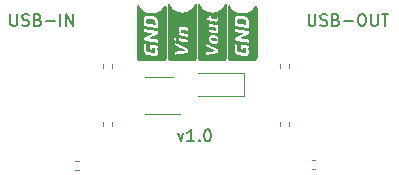
<source format=gto>
G04 #@! TF.GenerationSoftware,KiCad,Pcbnew,(5.1.10)-1*
G04 #@! TF.CreationDate,2021-10-03T11:45:08+02:00*
G04 #@! TF.ProjectId,PPK2-USB_C-Adapter_v1.0,50504b32-2d55-4534-925f-432d41646170,1.0*
G04 #@! TF.SameCoordinates,Original*
G04 #@! TF.FileFunction,Legend,Top*
G04 #@! TF.FilePolarity,Positive*
%FSLAX46Y46*%
G04 Gerber Fmt 4.6, Leading zero omitted, Abs format (unit mm)*
G04 Created by KiCad (PCBNEW (5.1.10)-1) date 2021-10-03 11:45:08*
%MOMM*%
%LPD*%
G01*
G04 APERTURE LIST*
%ADD10C,0.150000*%
%ADD11C,0.010000*%
%ADD12C,0.120000*%
G04 APERTURE END LIST*
D10*
X121253428Y-93892714D02*
X121491523Y-94559380D01*
X121729619Y-93892714D01*
X122634380Y-94559380D02*
X122062952Y-94559380D01*
X122348666Y-94559380D02*
X122348666Y-93559380D01*
X122253428Y-93702238D01*
X122158190Y-93797476D01*
X122062952Y-93845095D01*
X123062952Y-94464142D02*
X123110571Y-94511761D01*
X123062952Y-94559380D01*
X123015333Y-94511761D01*
X123062952Y-94464142D01*
X123062952Y-94559380D01*
X123729619Y-93559380D02*
X123824857Y-93559380D01*
X123920095Y-93607000D01*
X123967714Y-93654619D01*
X124015333Y-93749857D01*
X124062952Y-93940333D01*
X124062952Y-94178428D01*
X124015333Y-94368904D01*
X123967714Y-94464142D01*
X123920095Y-94511761D01*
X123824857Y-94559380D01*
X123729619Y-94559380D01*
X123634380Y-94511761D01*
X123586761Y-94464142D01*
X123539142Y-94368904D01*
X123491523Y-94178428D01*
X123491523Y-93940333D01*
X123539142Y-93749857D01*
X123586761Y-93654619D01*
X123634380Y-93607000D01*
X123729619Y-93559380D01*
X132326476Y-83780380D02*
X132326476Y-84589904D01*
X132374095Y-84685142D01*
X132421714Y-84732761D01*
X132516952Y-84780380D01*
X132707428Y-84780380D01*
X132802666Y-84732761D01*
X132850285Y-84685142D01*
X132897904Y-84589904D01*
X132897904Y-83780380D01*
X133326476Y-84732761D02*
X133469333Y-84780380D01*
X133707428Y-84780380D01*
X133802666Y-84732761D01*
X133850285Y-84685142D01*
X133897904Y-84589904D01*
X133897904Y-84494666D01*
X133850285Y-84399428D01*
X133802666Y-84351809D01*
X133707428Y-84304190D01*
X133516952Y-84256571D01*
X133421714Y-84208952D01*
X133374095Y-84161333D01*
X133326476Y-84066095D01*
X133326476Y-83970857D01*
X133374095Y-83875619D01*
X133421714Y-83828000D01*
X133516952Y-83780380D01*
X133755047Y-83780380D01*
X133897904Y-83828000D01*
X134659809Y-84256571D02*
X134802666Y-84304190D01*
X134850285Y-84351809D01*
X134897904Y-84447047D01*
X134897904Y-84589904D01*
X134850285Y-84685142D01*
X134802666Y-84732761D01*
X134707428Y-84780380D01*
X134326476Y-84780380D01*
X134326476Y-83780380D01*
X134659809Y-83780380D01*
X134755047Y-83828000D01*
X134802666Y-83875619D01*
X134850285Y-83970857D01*
X134850285Y-84066095D01*
X134802666Y-84161333D01*
X134755047Y-84208952D01*
X134659809Y-84256571D01*
X134326476Y-84256571D01*
X135326476Y-84399428D02*
X136088380Y-84399428D01*
X136755047Y-83780380D02*
X136945523Y-83780380D01*
X137040761Y-83828000D01*
X137136000Y-83923238D01*
X137183619Y-84113714D01*
X137183619Y-84447047D01*
X137136000Y-84637523D01*
X137040761Y-84732761D01*
X136945523Y-84780380D01*
X136755047Y-84780380D01*
X136659809Y-84732761D01*
X136564571Y-84637523D01*
X136516952Y-84447047D01*
X136516952Y-84113714D01*
X136564571Y-83923238D01*
X136659809Y-83828000D01*
X136755047Y-83780380D01*
X137612190Y-83780380D02*
X137612190Y-84589904D01*
X137659809Y-84685142D01*
X137707428Y-84732761D01*
X137802666Y-84780380D01*
X137993142Y-84780380D01*
X138088380Y-84732761D01*
X138136000Y-84685142D01*
X138183619Y-84589904D01*
X138183619Y-83780380D01*
X138516952Y-83780380D02*
X139088380Y-83780380D01*
X138802666Y-84780380D02*
X138802666Y-83780380D01*
X107085142Y-83780380D02*
X107085142Y-84589904D01*
X107132761Y-84685142D01*
X107180380Y-84732761D01*
X107275619Y-84780380D01*
X107466095Y-84780380D01*
X107561333Y-84732761D01*
X107608952Y-84685142D01*
X107656571Y-84589904D01*
X107656571Y-83780380D01*
X108085142Y-84732761D02*
X108228000Y-84780380D01*
X108466095Y-84780380D01*
X108561333Y-84732761D01*
X108608952Y-84685142D01*
X108656571Y-84589904D01*
X108656571Y-84494666D01*
X108608952Y-84399428D01*
X108561333Y-84351809D01*
X108466095Y-84304190D01*
X108275619Y-84256571D01*
X108180380Y-84208952D01*
X108132761Y-84161333D01*
X108085142Y-84066095D01*
X108085142Y-83970857D01*
X108132761Y-83875619D01*
X108180380Y-83828000D01*
X108275619Y-83780380D01*
X108513714Y-83780380D01*
X108656571Y-83828000D01*
X109418476Y-84256571D02*
X109561333Y-84304190D01*
X109608952Y-84351809D01*
X109656571Y-84447047D01*
X109656571Y-84589904D01*
X109608952Y-84685142D01*
X109561333Y-84732761D01*
X109466095Y-84780380D01*
X109085142Y-84780380D01*
X109085142Y-83780380D01*
X109418476Y-83780380D01*
X109513714Y-83828000D01*
X109561333Y-83875619D01*
X109608952Y-83970857D01*
X109608952Y-84066095D01*
X109561333Y-84161333D01*
X109513714Y-84208952D01*
X109418476Y-84256571D01*
X109085142Y-84256571D01*
X110085142Y-84399428D02*
X110847047Y-84399428D01*
X111323238Y-84780380D02*
X111323238Y-83780380D01*
X111799428Y-84780380D02*
X111799428Y-83780380D01*
X112370857Y-84780380D01*
X112370857Y-83780380D01*
D11*
G36*
X122992067Y-82966339D02*
G01*
X123022202Y-82973516D01*
X123043262Y-82996709D01*
X123131892Y-83132205D01*
X123223222Y-83248090D01*
X123319846Y-83346841D01*
X123424356Y-83430933D01*
X123539347Y-83502842D01*
X123612515Y-83540253D01*
X123764200Y-83600514D01*
X123919679Y-83639771D01*
X124077034Y-83658351D01*
X124234343Y-83656586D01*
X124389688Y-83634803D01*
X124541148Y-83593334D01*
X124686803Y-83532507D01*
X124824734Y-83452653D01*
X124953020Y-83354099D01*
X125010586Y-83300271D01*
X125050580Y-83257480D01*
X125093464Y-83206651D01*
X125136097Y-83152058D01*
X125175343Y-83097974D01*
X125208063Y-83048672D01*
X125231119Y-83008424D01*
X125239716Y-82988281D01*
X125254317Y-82970742D01*
X125279066Y-82966339D01*
X125311452Y-82966339D01*
X125311396Y-85249578D01*
X125311339Y-87532817D01*
X125285220Y-87575967D01*
X125277471Y-87589567D01*
X125270794Y-87601599D01*
X125263865Y-87612159D01*
X125255362Y-87621344D01*
X125243959Y-87629248D01*
X125228334Y-87635969D01*
X125207163Y-87641603D01*
X125179122Y-87646246D01*
X125142888Y-87649994D01*
X125097137Y-87652944D01*
X125040545Y-87655190D01*
X124971790Y-87656831D01*
X124889546Y-87657961D01*
X124792491Y-87658677D01*
X124679301Y-87659075D01*
X124548652Y-87659252D01*
X124399221Y-87659303D01*
X124229684Y-87659325D01*
X124137643Y-87659355D01*
X123961929Y-87659419D01*
X123806940Y-87659429D01*
X123671317Y-87659360D01*
X123555905Y-87659189D01*
X123555905Y-87247768D01*
X123563290Y-87247623D01*
X123563822Y-87247484D01*
X123578277Y-87245020D01*
X123612467Y-87239917D01*
X123664241Y-87232476D01*
X123731442Y-87222998D01*
X123811917Y-87211785D01*
X123903513Y-87199137D01*
X124004074Y-87185358D01*
X124111448Y-87170746D01*
X124138328Y-87167104D01*
X124693508Y-87091937D01*
X124687496Y-86708095D01*
X124372757Y-86564976D01*
X124372757Y-86306421D01*
X124430393Y-86306155D01*
X124471646Y-86304213D01*
X124502202Y-86299792D01*
X124527746Y-86292088D01*
X124552513Y-86281013D01*
X124609203Y-86242409D01*
X124653239Y-86187825D01*
X124684273Y-86121103D01*
X124694358Y-86076813D01*
X124700032Y-86017282D01*
X124701418Y-85948883D01*
X124698638Y-85877991D01*
X124691818Y-85810979D01*
X124681080Y-85754223D01*
X124676872Y-85739380D01*
X124656541Y-85692189D01*
X124624385Y-85647692D01*
X124599990Y-85621698D01*
X124566021Y-85590184D01*
X124533996Y-85567744D01*
X124514514Y-85558494D01*
X124514514Y-85416437D01*
X124550033Y-85413798D01*
X124579319Y-85407720D01*
X124604948Y-85398324D01*
X124611350Y-85395344D01*
X124653862Y-85366859D01*
X124682333Y-85327855D01*
X124698040Y-85275454D01*
X124702260Y-85206776D01*
X124701857Y-85191338D01*
X124698171Y-85138374D01*
X124690048Y-85096771D01*
X124674902Y-85055882D01*
X124662648Y-85029852D01*
X124645235Y-84993796D01*
X124632480Y-84966045D01*
X124626839Y-84951974D01*
X124626757Y-84951430D01*
X124636262Y-84945650D01*
X124659196Y-84939396D01*
X124659887Y-84939257D01*
X124693018Y-84932631D01*
X124693018Y-84794311D01*
X124692757Y-84741959D01*
X124692045Y-84698693D01*
X124690988Y-84668691D01*
X124689690Y-84656129D01*
X124689534Y-84655991D01*
X124677963Y-84654344D01*
X124647536Y-84649713D01*
X124601216Y-84642562D01*
X124541963Y-84633357D01*
X124472738Y-84622561D01*
X124396501Y-84610639D01*
X124316215Y-84598057D01*
X124234840Y-84585279D01*
X124155337Y-84572770D01*
X124082865Y-84561341D01*
X124082865Y-84489498D01*
X124091777Y-84480778D01*
X124096118Y-84452358D01*
X124096670Y-84429600D01*
X124098889Y-84391095D01*
X124105238Y-84371176D01*
X124109459Y-84368861D01*
X124124518Y-84370871D01*
X124156863Y-84376379D01*
X124202113Y-84384604D01*
X124255888Y-84394765D01*
X124270693Y-84397621D01*
X124359774Y-84413004D01*
X124432284Y-84421185D01*
X124492375Y-84422610D01*
X124500447Y-84422275D01*
X124543832Y-84419269D01*
X124572498Y-84413901D01*
X124593813Y-84403587D01*
X124615144Y-84385742D01*
X124621236Y-84379903D01*
X124650329Y-84345670D01*
X124670616Y-84305862D01*
X124683181Y-84256373D01*
X124689109Y-84193092D01*
X124689662Y-84120718D01*
X124687496Y-83999576D01*
X124604670Y-83986277D01*
X124546481Y-83977219D01*
X124506613Y-83972504D01*
X124481604Y-83972818D01*
X124467992Y-83978847D01*
X124462316Y-83991278D01*
X124461113Y-84010798D01*
X124461105Y-84014751D01*
X124458299Y-84051308D01*
X124451433Y-84083417D01*
X124450334Y-84086533D01*
X124442801Y-84100548D01*
X124430667Y-84109626D01*
X124410799Y-84113861D01*
X124380063Y-84113346D01*
X124335327Y-84108174D01*
X124273456Y-84098438D01*
X124240235Y-84092774D01*
X124189629Y-84084135D01*
X124147186Y-84077084D01*
X124117525Y-84072376D01*
X124105417Y-84070760D01*
X124101349Y-84060567D01*
X124097584Y-84033609D01*
X124094806Y-83995202D01*
X124094373Y-83985166D01*
X124091148Y-83899645D01*
X123977755Y-83882291D01*
X123930308Y-83875584D01*
X123891530Y-83871148D01*
X123866230Y-83869469D01*
X123859038Y-83870261D01*
X123856366Y-83883185D01*
X123854455Y-83911995D01*
X123853713Y-83950490D01*
X123853713Y-83951049D01*
X123853472Y-83988920D01*
X123850046Y-84012365D01*
X123839382Y-84023851D01*
X123817425Y-84025845D01*
X123780122Y-84020815D01*
X123748068Y-84015346D01*
X123706710Y-84008305D01*
X123669648Y-84002008D01*
X123651810Y-83998985D01*
X123621081Y-83993791D01*
X123624201Y-84117420D01*
X123627322Y-84241050D01*
X123743278Y-84277140D01*
X123859235Y-84313230D01*
X123881449Y-84387645D01*
X123903664Y-84462060D01*
X123986363Y-84475359D01*
X124028090Y-84481896D01*
X124062026Y-84486896D01*
X124081630Y-84489401D01*
X124082865Y-84489498D01*
X124082865Y-84561341D01*
X124080667Y-84560994D01*
X124013791Y-84550417D01*
X123957670Y-84541502D01*
X123915265Y-84534714D01*
X123889537Y-84530519D01*
X123884083Y-84529581D01*
X123853713Y-84524022D01*
X123853713Y-84830420D01*
X123922735Y-84842221D01*
X123957400Y-84847973D01*
X124008418Y-84856213D01*
X124070315Y-84866067D01*
X124137612Y-84876661D01*
X124179496Y-84883194D01*
X124249718Y-84894888D01*
X124308543Y-84906244D01*
X124352932Y-84916595D01*
X124379846Y-84925270D01*
X124385552Y-84928542D01*
X124408202Y-84958487D01*
X124422019Y-84996466D01*
X124426241Y-85035737D01*
X124420107Y-85069557D01*
X124403864Y-85090574D01*
X124390304Y-85093726D01*
X124363530Y-85093544D01*
X124321604Y-85089839D01*
X124262590Y-85082422D01*
X124184550Y-85071105D01*
X124149864Y-85065798D01*
X124078488Y-85054705D01*
X124012919Y-85044416D01*
X123956867Y-85035520D01*
X123914045Y-85028608D01*
X123888162Y-85024270D01*
X123884083Y-85023526D01*
X123853713Y-85017665D01*
X123853713Y-85173654D01*
X123854473Y-85238770D01*
X123856657Y-85287797D01*
X123860125Y-85318750D01*
X123864737Y-85329643D01*
X123864784Y-85329644D01*
X123878310Y-85331318D01*
X123910593Y-85336028D01*
X123958583Y-85343309D01*
X124019230Y-85352692D01*
X124089483Y-85363710D01*
X124153250Y-85373817D01*
X124258579Y-85390187D01*
X124344794Y-85402513D01*
X124414470Y-85410916D01*
X124470185Y-85415517D01*
X124514514Y-85416437D01*
X124514514Y-85558494D01*
X124495831Y-85549623D01*
X124449055Y-85532911D01*
X124411071Y-85520931D01*
X124378001Y-85512501D01*
X124344482Y-85506982D01*
X124305149Y-85503738D01*
X124254637Y-85502129D01*
X124187583Y-85501517D01*
X124185018Y-85501507D01*
X124119750Y-85501389D01*
X124072315Y-85502020D01*
X124038458Y-85503964D01*
X124013925Y-85507786D01*
X123994463Y-85514049D01*
X123975817Y-85523319D01*
X123962448Y-85531031D01*
X123920019Y-85564286D01*
X123888431Y-85609276D01*
X123866030Y-85669201D01*
X123851339Y-85745926D01*
X123846284Y-85819452D01*
X123848721Y-85899394D01*
X123857866Y-85978249D01*
X123872934Y-86048516D01*
X123887349Y-86090370D01*
X123927284Y-86155670D01*
X123985643Y-86209718D01*
X124061641Y-86252164D01*
X124154496Y-86282659D01*
X124263422Y-86300856D01*
X124372757Y-86306421D01*
X124372757Y-86564976D01*
X124118955Y-86449565D01*
X124014017Y-86401872D01*
X123915239Y-86357029D01*
X123824424Y-86315849D01*
X123743374Y-86279149D01*
X123673893Y-86247743D01*
X123617783Y-86222446D01*
X123576847Y-86204074D01*
X123552888Y-86193441D01*
X123547152Y-86191035D01*
X123546191Y-86201422D01*
X123545767Y-86229968D01*
X123545887Y-86272754D01*
X123546555Y-86325859D01*
X123546954Y-86347950D01*
X123550018Y-86504865D01*
X123881322Y-86645585D01*
X123964895Y-86681129D01*
X124044931Y-86715255D01*
X124118366Y-86746652D01*
X124182136Y-86774006D01*
X124233177Y-86796003D01*
X124268425Y-86811332D01*
X124278887Y-86815958D01*
X124345148Y-86845612D01*
X123958626Y-86887670D01*
X123868248Y-86897479D01*
X123784594Y-86906512D01*
X123710260Y-86914491D01*
X123647843Y-86921139D01*
X123599939Y-86926181D01*
X123569144Y-86929339D01*
X123558300Y-86930338D01*
X123552576Y-86936420D01*
X123548544Y-86955685D01*
X123545997Y-86990539D01*
X123544731Y-87043387D01*
X123544496Y-87091823D01*
X123544689Y-87154483D01*
X123545533Y-87198233D01*
X123547421Y-87226248D01*
X123550747Y-87241701D01*
X123555905Y-87247768D01*
X123555905Y-87659189D01*
X123553697Y-87659185D01*
X123452721Y-87658880D01*
X123367026Y-87658419D01*
X123295252Y-87657775D01*
X123236038Y-87656924D01*
X123188022Y-87655840D01*
X123149844Y-87654496D01*
X123120143Y-87652868D01*
X123097558Y-87650931D01*
X123080727Y-87648657D01*
X123068290Y-87646022D01*
X123058885Y-87643000D01*
X123051153Y-87639565D01*
X123049774Y-87638870D01*
X123013470Y-87611645D01*
X122984196Y-87574298D01*
X122983953Y-87573867D01*
X122959192Y-87529810D01*
X122959192Y-82966339D01*
X122992067Y-82966339D01*
G37*
X122992067Y-82966339D02*
X123022202Y-82973516D01*
X123043262Y-82996709D01*
X123131892Y-83132205D01*
X123223222Y-83248090D01*
X123319846Y-83346841D01*
X123424356Y-83430933D01*
X123539347Y-83502842D01*
X123612515Y-83540253D01*
X123764200Y-83600514D01*
X123919679Y-83639771D01*
X124077034Y-83658351D01*
X124234343Y-83656586D01*
X124389688Y-83634803D01*
X124541148Y-83593334D01*
X124686803Y-83532507D01*
X124824734Y-83452653D01*
X124953020Y-83354099D01*
X125010586Y-83300271D01*
X125050580Y-83257480D01*
X125093464Y-83206651D01*
X125136097Y-83152058D01*
X125175343Y-83097974D01*
X125208063Y-83048672D01*
X125231119Y-83008424D01*
X125239716Y-82988281D01*
X125254317Y-82970742D01*
X125279066Y-82966339D01*
X125311452Y-82966339D01*
X125311396Y-85249578D01*
X125311339Y-87532817D01*
X125285220Y-87575967D01*
X125277471Y-87589567D01*
X125270794Y-87601599D01*
X125263865Y-87612159D01*
X125255362Y-87621344D01*
X125243959Y-87629248D01*
X125228334Y-87635969D01*
X125207163Y-87641603D01*
X125179122Y-87646246D01*
X125142888Y-87649994D01*
X125097137Y-87652944D01*
X125040545Y-87655190D01*
X124971790Y-87656831D01*
X124889546Y-87657961D01*
X124792491Y-87658677D01*
X124679301Y-87659075D01*
X124548652Y-87659252D01*
X124399221Y-87659303D01*
X124229684Y-87659325D01*
X124137643Y-87659355D01*
X123961929Y-87659419D01*
X123806940Y-87659429D01*
X123671317Y-87659360D01*
X123555905Y-87659189D01*
X123555905Y-87247768D01*
X123563290Y-87247623D01*
X123563822Y-87247484D01*
X123578277Y-87245020D01*
X123612467Y-87239917D01*
X123664241Y-87232476D01*
X123731442Y-87222998D01*
X123811917Y-87211785D01*
X123903513Y-87199137D01*
X124004074Y-87185358D01*
X124111448Y-87170746D01*
X124138328Y-87167104D01*
X124693508Y-87091937D01*
X124687496Y-86708095D01*
X124372757Y-86564976D01*
X124372757Y-86306421D01*
X124430393Y-86306155D01*
X124471646Y-86304213D01*
X124502202Y-86299792D01*
X124527746Y-86292088D01*
X124552513Y-86281013D01*
X124609203Y-86242409D01*
X124653239Y-86187825D01*
X124684273Y-86121103D01*
X124694358Y-86076813D01*
X124700032Y-86017282D01*
X124701418Y-85948883D01*
X124698638Y-85877991D01*
X124691818Y-85810979D01*
X124681080Y-85754223D01*
X124676872Y-85739380D01*
X124656541Y-85692189D01*
X124624385Y-85647692D01*
X124599990Y-85621698D01*
X124566021Y-85590184D01*
X124533996Y-85567744D01*
X124514514Y-85558494D01*
X124514514Y-85416437D01*
X124550033Y-85413798D01*
X124579319Y-85407720D01*
X124604948Y-85398324D01*
X124611350Y-85395344D01*
X124653862Y-85366859D01*
X124682333Y-85327855D01*
X124698040Y-85275454D01*
X124702260Y-85206776D01*
X124701857Y-85191338D01*
X124698171Y-85138374D01*
X124690048Y-85096771D01*
X124674902Y-85055882D01*
X124662648Y-85029852D01*
X124645235Y-84993796D01*
X124632480Y-84966045D01*
X124626839Y-84951974D01*
X124626757Y-84951430D01*
X124636262Y-84945650D01*
X124659196Y-84939396D01*
X124659887Y-84939257D01*
X124693018Y-84932631D01*
X124693018Y-84794311D01*
X124692757Y-84741959D01*
X124692045Y-84698693D01*
X124690988Y-84668691D01*
X124689690Y-84656129D01*
X124689534Y-84655991D01*
X124677963Y-84654344D01*
X124647536Y-84649713D01*
X124601216Y-84642562D01*
X124541963Y-84633357D01*
X124472738Y-84622561D01*
X124396501Y-84610639D01*
X124316215Y-84598057D01*
X124234840Y-84585279D01*
X124155337Y-84572770D01*
X124082865Y-84561341D01*
X124082865Y-84489498D01*
X124091777Y-84480778D01*
X124096118Y-84452358D01*
X124096670Y-84429600D01*
X124098889Y-84391095D01*
X124105238Y-84371176D01*
X124109459Y-84368861D01*
X124124518Y-84370871D01*
X124156863Y-84376379D01*
X124202113Y-84384604D01*
X124255888Y-84394765D01*
X124270693Y-84397621D01*
X124359774Y-84413004D01*
X124432284Y-84421185D01*
X124492375Y-84422610D01*
X124500447Y-84422275D01*
X124543832Y-84419269D01*
X124572498Y-84413901D01*
X124593813Y-84403587D01*
X124615144Y-84385742D01*
X124621236Y-84379903D01*
X124650329Y-84345670D01*
X124670616Y-84305862D01*
X124683181Y-84256373D01*
X124689109Y-84193092D01*
X124689662Y-84120718D01*
X124687496Y-83999576D01*
X124604670Y-83986277D01*
X124546481Y-83977219D01*
X124506613Y-83972504D01*
X124481604Y-83972818D01*
X124467992Y-83978847D01*
X124462316Y-83991278D01*
X124461113Y-84010798D01*
X124461105Y-84014751D01*
X124458299Y-84051308D01*
X124451433Y-84083417D01*
X124450334Y-84086533D01*
X124442801Y-84100548D01*
X124430667Y-84109626D01*
X124410799Y-84113861D01*
X124380063Y-84113346D01*
X124335327Y-84108174D01*
X124273456Y-84098438D01*
X124240235Y-84092774D01*
X124189629Y-84084135D01*
X124147186Y-84077084D01*
X124117525Y-84072376D01*
X124105417Y-84070760D01*
X124101349Y-84060567D01*
X124097584Y-84033609D01*
X124094806Y-83995202D01*
X124094373Y-83985166D01*
X124091148Y-83899645D01*
X123977755Y-83882291D01*
X123930308Y-83875584D01*
X123891530Y-83871148D01*
X123866230Y-83869469D01*
X123859038Y-83870261D01*
X123856366Y-83883185D01*
X123854455Y-83911995D01*
X123853713Y-83950490D01*
X123853713Y-83951049D01*
X123853472Y-83988920D01*
X123850046Y-84012365D01*
X123839382Y-84023851D01*
X123817425Y-84025845D01*
X123780122Y-84020815D01*
X123748068Y-84015346D01*
X123706710Y-84008305D01*
X123669648Y-84002008D01*
X123651810Y-83998985D01*
X123621081Y-83993791D01*
X123624201Y-84117420D01*
X123627322Y-84241050D01*
X123743278Y-84277140D01*
X123859235Y-84313230D01*
X123881449Y-84387645D01*
X123903664Y-84462060D01*
X123986363Y-84475359D01*
X124028090Y-84481896D01*
X124062026Y-84486896D01*
X124081630Y-84489401D01*
X124082865Y-84489498D01*
X124082865Y-84561341D01*
X124080667Y-84560994D01*
X124013791Y-84550417D01*
X123957670Y-84541502D01*
X123915265Y-84534714D01*
X123889537Y-84530519D01*
X123884083Y-84529581D01*
X123853713Y-84524022D01*
X123853713Y-84830420D01*
X123922735Y-84842221D01*
X123957400Y-84847973D01*
X124008418Y-84856213D01*
X124070315Y-84866067D01*
X124137612Y-84876661D01*
X124179496Y-84883194D01*
X124249718Y-84894888D01*
X124308543Y-84906244D01*
X124352932Y-84916595D01*
X124379846Y-84925270D01*
X124385552Y-84928542D01*
X124408202Y-84958487D01*
X124422019Y-84996466D01*
X124426241Y-85035737D01*
X124420107Y-85069557D01*
X124403864Y-85090574D01*
X124390304Y-85093726D01*
X124363530Y-85093544D01*
X124321604Y-85089839D01*
X124262590Y-85082422D01*
X124184550Y-85071105D01*
X124149864Y-85065798D01*
X124078488Y-85054705D01*
X124012919Y-85044416D01*
X123956867Y-85035520D01*
X123914045Y-85028608D01*
X123888162Y-85024270D01*
X123884083Y-85023526D01*
X123853713Y-85017665D01*
X123853713Y-85173654D01*
X123854473Y-85238770D01*
X123856657Y-85287797D01*
X123860125Y-85318750D01*
X123864737Y-85329643D01*
X123864784Y-85329644D01*
X123878310Y-85331318D01*
X123910593Y-85336028D01*
X123958583Y-85343309D01*
X124019230Y-85352692D01*
X124089483Y-85363710D01*
X124153250Y-85373817D01*
X124258579Y-85390187D01*
X124344794Y-85402513D01*
X124414470Y-85410916D01*
X124470185Y-85415517D01*
X124514514Y-85416437D01*
X124514514Y-85558494D01*
X124495831Y-85549623D01*
X124449055Y-85532911D01*
X124411071Y-85520931D01*
X124378001Y-85512501D01*
X124344482Y-85506982D01*
X124305149Y-85503738D01*
X124254637Y-85502129D01*
X124187583Y-85501517D01*
X124185018Y-85501507D01*
X124119750Y-85501389D01*
X124072315Y-85502020D01*
X124038458Y-85503964D01*
X124013925Y-85507786D01*
X123994463Y-85514049D01*
X123975817Y-85523319D01*
X123962448Y-85531031D01*
X123920019Y-85564286D01*
X123888431Y-85609276D01*
X123866030Y-85669201D01*
X123851339Y-85745926D01*
X123846284Y-85819452D01*
X123848721Y-85899394D01*
X123857866Y-85978249D01*
X123872934Y-86048516D01*
X123887349Y-86090370D01*
X123927284Y-86155670D01*
X123985643Y-86209718D01*
X124061641Y-86252164D01*
X124154496Y-86282659D01*
X124263422Y-86300856D01*
X124372757Y-86306421D01*
X124372757Y-86564976D01*
X124118955Y-86449565D01*
X124014017Y-86401872D01*
X123915239Y-86357029D01*
X123824424Y-86315849D01*
X123743374Y-86279149D01*
X123673893Y-86247743D01*
X123617783Y-86222446D01*
X123576847Y-86204074D01*
X123552888Y-86193441D01*
X123547152Y-86191035D01*
X123546191Y-86201422D01*
X123545767Y-86229968D01*
X123545887Y-86272754D01*
X123546555Y-86325859D01*
X123546954Y-86347950D01*
X123550018Y-86504865D01*
X123881322Y-86645585D01*
X123964895Y-86681129D01*
X124044931Y-86715255D01*
X124118366Y-86746652D01*
X124182136Y-86774006D01*
X124233177Y-86796003D01*
X124268425Y-86811332D01*
X124278887Y-86815958D01*
X124345148Y-86845612D01*
X123958626Y-86887670D01*
X123868248Y-86897479D01*
X123784594Y-86906512D01*
X123710260Y-86914491D01*
X123647843Y-86921139D01*
X123599939Y-86926181D01*
X123569144Y-86929339D01*
X123558300Y-86930338D01*
X123552576Y-86936420D01*
X123548544Y-86955685D01*
X123545997Y-86990539D01*
X123544731Y-87043387D01*
X123544496Y-87091823D01*
X123544689Y-87154483D01*
X123545533Y-87198233D01*
X123547421Y-87226248D01*
X123550747Y-87241701D01*
X123555905Y-87247768D01*
X123555905Y-87659189D01*
X123553697Y-87659185D01*
X123452721Y-87658880D01*
X123367026Y-87658419D01*
X123295252Y-87657775D01*
X123236038Y-87656924D01*
X123188022Y-87655840D01*
X123149844Y-87654496D01*
X123120143Y-87652868D01*
X123097558Y-87650931D01*
X123080727Y-87648657D01*
X123068290Y-87646022D01*
X123058885Y-87643000D01*
X123051153Y-87639565D01*
X123049774Y-87638870D01*
X123013470Y-87611645D01*
X122984196Y-87574298D01*
X122983953Y-87573867D01*
X122959192Y-87529810D01*
X122959192Y-82966339D01*
X122992067Y-82966339D01*
G36*
X124088737Y-85861866D02*
G01*
X124095271Y-85829757D01*
X124105155Y-85807092D01*
X124109272Y-85802745D01*
X124129861Y-85798032D01*
X124167247Y-85797881D01*
X124216707Y-85801888D01*
X124273517Y-85809645D01*
X124332953Y-85820746D01*
X124342259Y-85822776D01*
X124390698Y-85836181D01*
X124422322Y-85851910D01*
X124438889Y-85867598D01*
X124456275Y-85904465D01*
X124459910Y-85947024D01*
X124449176Y-85983970D01*
X124430780Y-85995680D01*
X124395030Y-86002104D01*
X124346026Y-86003191D01*
X124287871Y-85998895D01*
X124224666Y-85989166D01*
X124212626Y-85986742D01*
X124153978Y-85970238D01*
X124115015Y-85948233D01*
X124093587Y-85918561D01*
X124087544Y-85879056D01*
X124088737Y-85861866D01*
G37*
X124088737Y-85861866D02*
X124095271Y-85829757D01*
X124105155Y-85807092D01*
X124109272Y-85802745D01*
X124129861Y-85798032D01*
X124167247Y-85797881D01*
X124216707Y-85801888D01*
X124273517Y-85809645D01*
X124332953Y-85820746D01*
X124342259Y-85822776D01*
X124390698Y-85836181D01*
X124422322Y-85851910D01*
X124438889Y-85867598D01*
X124456275Y-85904465D01*
X124459910Y-85947024D01*
X124449176Y-85983970D01*
X124430780Y-85995680D01*
X124395030Y-86002104D01*
X124346026Y-86003191D01*
X124287871Y-85998895D01*
X124224666Y-85989166D01*
X124212626Y-85986742D01*
X124153978Y-85970238D01*
X124115015Y-85948233D01*
X124093587Y-85918561D01*
X124087544Y-85879056D01*
X124088737Y-85861866D01*
G36*
X120452067Y-82966339D02*
G01*
X120482202Y-82973516D01*
X120503262Y-82996709D01*
X120591892Y-83132205D01*
X120683222Y-83248090D01*
X120779846Y-83346841D01*
X120884356Y-83430933D01*
X120999347Y-83502842D01*
X121072515Y-83540253D01*
X121224200Y-83600514D01*
X121379679Y-83639771D01*
X121537034Y-83658351D01*
X121694343Y-83656586D01*
X121849688Y-83634803D01*
X122001148Y-83593334D01*
X122146803Y-83532507D01*
X122284734Y-83452653D01*
X122413020Y-83354099D01*
X122470586Y-83300271D01*
X122510580Y-83257480D01*
X122553464Y-83206651D01*
X122596097Y-83152058D01*
X122635343Y-83097974D01*
X122668063Y-83048672D01*
X122691119Y-83008424D01*
X122699716Y-82988281D01*
X122714317Y-82970742D01*
X122739066Y-82966339D01*
X122771452Y-82966339D01*
X122771396Y-85249578D01*
X122771339Y-87532817D01*
X122745220Y-87575967D01*
X122737471Y-87589567D01*
X122730794Y-87601599D01*
X122723865Y-87612159D01*
X122715362Y-87621344D01*
X122703959Y-87629248D01*
X122688334Y-87635969D01*
X122667163Y-87641603D01*
X122639122Y-87646246D01*
X122602888Y-87649994D01*
X122557137Y-87652944D01*
X122500545Y-87655190D01*
X122431790Y-87656831D01*
X122349546Y-87657961D01*
X122252491Y-87658677D01*
X122139301Y-87659075D01*
X122008652Y-87659252D01*
X121859221Y-87659303D01*
X121689684Y-87659325D01*
X121597643Y-87659355D01*
X121421929Y-87659419D01*
X121266940Y-87659429D01*
X121131317Y-87659360D01*
X121013697Y-87659185D01*
X120940689Y-87658965D01*
X120940689Y-87229122D01*
X120955782Y-87227664D01*
X120990244Y-87223515D01*
X121041564Y-87217015D01*
X121107234Y-87208504D01*
X121184744Y-87198320D01*
X121271583Y-87186803D01*
X121365243Y-87174293D01*
X121463214Y-87161128D01*
X121562986Y-87147648D01*
X121662049Y-87134193D01*
X121757894Y-87121102D01*
X121848011Y-87108713D01*
X121929890Y-87097367D01*
X122001023Y-87087403D01*
X122058899Y-87079160D01*
X122101008Y-87072978D01*
X122124841Y-87069195D01*
X122128170Y-87068553D01*
X122136931Y-87066032D01*
X122143345Y-87060885D01*
X122147778Y-87050049D01*
X122150595Y-87030464D01*
X122152162Y-86999068D01*
X122152846Y-86952799D01*
X122153014Y-86888597D01*
X122153018Y-86860779D01*
X122153018Y-86658509D01*
X122133692Y-86649717D01*
X122133692Y-86201267D01*
X122141199Y-86199814D01*
X122146477Y-86192559D01*
X122149912Y-86176262D01*
X122151890Y-86147680D01*
X122152796Y-86103574D01*
X122153018Y-86040701D01*
X122153018Y-85875798D01*
X122133692Y-85872769D01*
X122133692Y-85737441D01*
X122141192Y-85735990D01*
X122146468Y-85728743D01*
X122149904Y-85712463D01*
X122151884Y-85683911D01*
X122152794Y-85639850D01*
X122153017Y-85577042D01*
X122153018Y-85574778D01*
X122153018Y-85411305D01*
X121874586Y-85367713D01*
X121596155Y-85324122D01*
X121570891Y-85286597D01*
X121552164Y-85243948D01*
X121545196Y-85194973D01*
X121551466Y-85150686D01*
X121552330Y-85148329D01*
X121558905Y-85139766D01*
X121572372Y-85134300D01*
X121594934Y-85132070D01*
X121628793Y-85133215D01*
X121676153Y-85137870D01*
X121739215Y-85146175D01*
X121820183Y-85158268D01*
X121891918Y-85169575D01*
X121962560Y-85180800D01*
X122025937Y-85190741D01*
X122078777Y-85198895D01*
X122117806Y-85204758D01*
X122139750Y-85207829D01*
X122143157Y-85208165D01*
X122146612Y-85197764D01*
X122149538Y-85169122D01*
X122151703Y-85126084D01*
X122152876Y-85072495D01*
X122153018Y-85044887D01*
X122153018Y-84881609D01*
X121841039Y-84834536D01*
X121738589Y-84819076D01*
X121655618Y-84806628D01*
X121589761Y-84796949D01*
X121538652Y-84789799D01*
X121499924Y-84784933D01*
X121471211Y-84782110D01*
X121450148Y-84781088D01*
X121434368Y-84781624D01*
X121421505Y-84783476D01*
X121409193Y-84786402D01*
X121398612Y-84789230D01*
X121341666Y-84815105D01*
X121296450Y-84857881D01*
X121264955Y-84914637D01*
X121249165Y-84982455D01*
X121247695Y-85010980D01*
X121252593Y-85066881D01*
X121266009Y-85129438D01*
X121285446Y-85189703D01*
X121308410Y-85238729D01*
X121313486Y-85246817D01*
X121330313Y-85274077D01*
X121332555Y-85289678D01*
X121318487Y-85299919D01*
X121296825Y-85307663D01*
X121257850Y-85320526D01*
X121260934Y-85460367D01*
X121264018Y-85600209D01*
X121689192Y-85668419D01*
X121784007Y-85683573D01*
X121872448Y-85697599D01*
X121952033Y-85710111D01*
X122020283Y-85720723D01*
X122074715Y-85729052D01*
X122112848Y-85734712D01*
X122132203Y-85737316D01*
X122133692Y-85737441D01*
X122133692Y-85872769D01*
X121741648Y-85811320D01*
X121647504Y-85796561D01*
X121559014Y-85782683D01*
X121478843Y-85770103D01*
X121409658Y-85759241D01*
X121354124Y-85750516D01*
X121314907Y-85744345D01*
X121294673Y-85741147D01*
X121294083Y-85741053D01*
X121257888Y-85735264D01*
X121260953Y-85899649D01*
X121264018Y-86064035D01*
X121689192Y-86132245D01*
X121784007Y-86147399D01*
X121872448Y-86161425D01*
X121952033Y-86173937D01*
X122020283Y-86184550D01*
X122074715Y-86192878D01*
X122112848Y-86198538D01*
X122132203Y-86201142D01*
X122133692Y-86201267D01*
X122133692Y-86649717D01*
X121542152Y-86380598D01*
X121433151Y-86331064D01*
X121330132Y-86284354D01*
X121234848Y-86241259D01*
X121149054Y-86202564D01*
X121114148Y-86186877D01*
X121114148Y-86036999D01*
X121133146Y-86034432D01*
X121134257Y-86033743D01*
X121140552Y-86020372D01*
X121144839Y-85990763D01*
X121147286Y-85942981D01*
X121148061Y-85875332D01*
X121147768Y-85814983D01*
X121146574Y-85773020D01*
X121144012Y-85745743D01*
X121139612Y-85729456D01*
X121132904Y-85720461D01*
X121128006Y-85717253D01*
X121106078Y-85710016D01*
X121069812Y-85702384D01*
X121025635Y-85695222D01*
X120979977Y-85689393D01*
X120939269Y-85685763D01*
X120909939Y-85685196D01*
X120900522Y-85686668D01*
X120893309Y-85692516D01*
X120888343Y-85705857D01*
X120885235Y-85730136D01*
X120883595Y-85768798D01*
X120883035Y-85825287D01*
X120883018Y-85841467D01*
X120883794Y-85909513D01*
X120886236Y-85957452D01*
X120890511Y-85987215D01*
X120896785Y-86000730D01*
X120896822Y-86000760D01*
X120915648Y-86008822D01*
X120949352Y-86017175D01*
X120991993Y-86024995D01*
X121037632Y-86031455D01*
X121080331Y-86035732D01*
X121114148Y-86036999D01*
X121114148Y-86186877D01*
X121074503Y-86169059D01*
X121012949Y-86141532D01*
X120966145Y-86120771D01*
X120935846Y-86107563D01*
X120923805Y-86102697D01*
X120923717Y-86102687D01*
X120921074Y-86113092D01*
X120918834Y-86141751D01*
X120917171Y-86184835D01*
X120916264Y-86238513D01*
X120916148Y-86267176D01*
X120916148Y-86431665D01*
X121266778Y-86580763D01*
X121353787Y-86617744D01*
X121438249Y-86653611D01*
X121517011Y-86687025D01*
X121586914Y-86716649D01*
X121644803Y-86741144D01*
X121687522Y-86759174D01*
X121705278Y-86766633D01*
X121793147Y-86803404D01*
X121357408Y-86849881D01*
X121261872Y-86860082D01*
X121173438Y-86869544D01*
X121094459Y-86878016D01*
X121027289Y-86885243D01*
X120974283Y-86890972D01*
X120937793Y-86894949D01*
X120920174Y-86896922D01*
X120918909Y-86897087D01*
X120917948Y-86907759D01*
X120917132Y-86936677D01*
X120916526Y-86980002D01*
X120916192Y-87033894D01*
X120916148Y-87063470D01*
X120916248Y-87127061D01*
X120916873Y-87171858D01*
X120918510Y-87201152D01*
X120921648Y-87218234D01*
X120926773Y-87226397D01*
X120934374Y-87228932D01*
X120940689Y-87229122D01*
X120940689Y-87658965D01*
X120912721Y-87658880D01*
X120827026Y-87658419D01*
X120755252Y-87657775D01*
X120696038Y-87656924D01*
X120648022Y-87655840D01*
X120609844Y-87654496D01*
X120580143Y-87652868D01*
X120557558Y-87650931D01*
X120540727Y-87648657D01*
X120528290Y-87646022D01*
X120518885Y-87643000D01*
X120511153Y-87639565D01*
X120509774Y-87638870D01*
X120473470Y-87611645D01*
X120444196Y-87574298D01*
X120443953Y-87573867D01*
X120419192Y-87529810D01*
X120419192Y-82966339D01*
X120452067Y-82966339D01*
G37*
X120452067Y-82966339D02*
X120482202Y-82973516D01*
X120503262Y-82996709D01*
X120591892Y-83132205D01*
X120683222Y-83248090D01*
X120779846Y-83346841D01*
X120884356Y-83430933D01*
X120999347Y-83502842D01*
X121072515Y-83540253D01*
X121224200Y-83600514D01*
X121379679Y-83639771D01*
X121537034Y-83658351D01*
X121694343Y-83656586D01*
X121849688Y-83634803D01*
X122001148Y-83593334D01*
X122146803Y-83532507D01*
X122284734Y-83452653D01*
X122413020Y-83354099D01*
X122470586Y-83300271D01*
X122510580Y-83257480D01*
X122553464Y-83206651D01*
X122596097Y-83152058D01*
X122635343Y-83097974D01*
X122668063Y-83048672D01*
X122691119Y-83008424D01*
X122699716Y-82988281D01*
X122714317Y-82970742D01*
X122739066Y-82966339D01*
X122771452Y-82966339D01*
X122771396Y-85249578D01*
X122771339Y-87532817D01*
X122745220Y-87575967D01*
X122737471Y-87589567D01*
X122730794Y-87601599D01*
X122723865Y-87612159D01*
X122715362Y-87621344D01*
X122703959Y-87629248D01*
X122688334Y-87635969D01*
X122667163Y-87641603D01*
X122639122Y-87646246D01*
X122602888Y-87649994D01*
X122557137Y-87652944D01*
X122500545Y-87655190D01*
X122431790Y-87656831D01*
X122349546Y-87657961D01*
X122252491Y-87658677D01*
X122139301Y-87659075D01*
X122008652Y-87659252D01*
X121859221Y-87659303D01*
X121689684Y-87659325D01*
X121597643Y-87659355D01*
X121421929Y-87659419D01*
X121266940Y-87659429D01*
X121131317Y-87659360D01*
X121013697Y-87659185D01*
X120940689Y-87658965D01*
X120940689Y-87229122D01*
X120955782Y-87227664D01*
X120990244Y-87223515D01*
X121041564Y-87217015D01*
X121107234Y-87208504D01*
X121184744Y-87198320D01*
X121271583Y-87186803D01*
X121365243Y-87174293D01*
X121463214Y-87161128D01*
X121562986Y-87147648D01*
X121662049Y-87134193D01*
X121757894Y-87121102D01*
X121848011Y-87108713D01*
X121929890Y-87097367D01*
X122001023Y-87087403D01*
X122058899Y-87079160D01*
X122101008Y-87072978D01*
X122124841Y-87069195D01*
X122128170Y-87068553D01*
X122136931Y-87066032D01*
X122143345Y-87060885D01*
X122147778Y-87050049D01*
X122150595Y-87030464D01*
X122152162Y-86999068D01*
X122152846Y-86952799D01*
X122153014Y-86888597D01*
X122153018Y-86860779D01*
X122153018Y-86658509D01*
X122133692Y-86649717D01*
X122133692Y-86201267D01*
X122141199Y-86199814D01*
X122146477Y-86192559D01*
X122149912Y-86176262D01*
X122151890Y-86147680D01*
X122152796Y-86103574D01*
X122153018Y-86040701D01*
X122153018Y-85875798D01*
X122133692Y-85872769D01*
X122133692Y-85737441D01*
X122141192Y-85735990D01*
X122146468Y-85728743D01*
X122149904Y-85712463D01*
X122151884Y-85683911D01*
X122152794Y-85639850D01*
X122153017Y-85577042D01*
X122153018Y-85574778D01*
X122153018Y-85411305D01*
X121874586Y-85367713D01*
X121596155Y-85324122D01*
X121570891Y-85286597D01*
X121552164Y-85243948D01*
X121545196Y-85194973D01*
X121551466Y-85150686D01*
X121552330Y-85148329D01*
X121558905Y-85139766D01*
X121572372Y-85134300D01*
X121594934Y-85132070D01*
X121628793Y-85133215D01*
X121676153Y-85137870D01*
X121739215Y-85146175D01*
X121820183Y-85158268D01*
X121891918Y-85169575D01*
X121962560Y-85180800D01*
X122025937Y-85190741D01*
X122078777Y-85198895D01*
X122117806Y-85204758D01*
X122139750Y-85207829D01*
X122143157Y-85208165D01*
X122146612Y-85197764D01*
X122149538Y-85169122D01*
X122151703Y-85126084D01*
X122152876Y-85072495D01*
X122153018Y-85044887D01*
X122153018Y-84881609D01*
X121841039Y-84834536D01*
X121738589Y-84819076D01*
X121655618Y-84806628D01*
X121589761Y-84796949D01*
X121538652Y-84789799D01*
X121499924Y-84784933D01*
X121471211Y-84782110D01*
X121450148Y-84781088D01*
X121434368Y-84781624D01*
X121421505Y-84783476D01*
X121409193Y-84786402D01*
X121398612Y-84789230D01*
X121341666Y-84815105D01*
X121296450Y-84857881D01*
X121264955Y-84914637D01*
X121249165Y-84982455D01*
X121247695Y-85010980D01*
X121252593Y-85066881D01*
X121266009Y-85129438D01*
X121285446Y-85189703D01*
X121308410Y-85238729D01*
X121313486Y-85246817D01*
X121330313Y-85274077D01*
X121332555Y-85289678D01*
X121318487Y-85299919D01*
X121296825Y-85307663D01*
X121257850Y-85320526D01*
X121260934Y-85460367D01*
X121264018Y-85600209D01*
X121689192Y-85668419D01*
X121784007Y-85683573D01*
X121872448Y-85697599D01*
X121952033Y-85710111D01*
X122020283Y-85720723D01*
X122074715Y-85729052D01*
X122112848Y-85734712D01*
X122132203Y-85737316D01*
X122133692Y-85737441D01*
X122133692Y-85872769D01*
X121741648Y-85811320D01*
X121647504Y-85796561D01*
X121559014Y-85782683D01*
X121478843Y-85770103D01*
X121409658Y-85759241D01*
X121354124Y-85750516D01*
X121314907Y-85744345D01*
X121294673Y-85741147D01*
X121294083Y-85741053D01*
X121257888Y-85735264D01*
X121260953Y-85899649D01*
X121264018Y-86064035D01*
X121689192Y-86132245D01*
X121784007Y-86147399D01*
X121872448Y-86161425D01*
X121952033Y-86173937D01*
X122020283Y-86184550D01*
X122074715Y-86192878D01*
X122112848Y-86198538D01*
X122132203Y-86201142D01*
X122133692Y-86201267D01*
X122133692Y-86649717D01*
X121542152Y-86380598D01*
X121433151Y-86331064D01*
X121330132Y-86284354D01*
X121234848Y-86241259D01*
X121149054Y-86202564D01*
X121114148Y-86186877D01*
X121114148Y-86036999D01*
X121133146Y-86034432D01*
X121134257Y-86033743D01*
X121140552Y-86020372D01*
X121144839Y-85990763D01*
X121147286Y-85942981D01*
X121148061Y-85875332D01*
X121147768Y-85814983D01*
X121146574Y-85773020D01*
X121144012Y-85745743D01*
X121139612Y-85729456D01*
X121132904Y-85720461D01*
X121128006Y-85717253D01*
X121106078Y-85710016D01*
X121069812Y-85702384D01*
X121025635Y-85695222D01*
X120979977Y-85689393D01*
X120939269Y-85685763D01*
X120909939Y-85685196D01*
X120900522Y-85686668D01*
X120893309Y-85692516D01*
X120888343Y-85705857D01*
X120885235Y-85730136D01*
X120883595Y-85768798D01*
X120883035Y-85825287D01*
X120883018Y-85841467D01*
X120883794Y-85909513D01*
X120886236Y-85957452D01*
X120890511Y-85987215D01*
X120896785Y-86000730D01*
X120896822Y-86000760D01*
X120915648Y-86008822D01*
X120949352Y-86017175D01*
X120991993Y-86024995D01*
X121037632Y-86031455D01*
X121080331Y-86035732D01*
X121114148Y-86036999D01*
X121114148Y-86186877D01*
X121074503Y-86169059D01*
X121012949Y-86141532D01*
X120966145Y-86120771D01*
X120935846Y-86107563D01*
X120923805Y-86102697D01*
X120923717Y-86102687D01*
X120921074Y-86113092D01*
X120918834Y-86141751D01*
X120917171Y-86184835D01*
X120916264Y-86238513D01*
X120916148Y-86267176D01*
X120916148Y-86431665D01*
X121266778Y-86580763D01*
X121353787Y-86617744D01*
X121438249Y-86653611D01*
X121517011Y-86687025D01*
X121586914Y-86716649D01*
X121644803Y-86741144D01*
X121687522Y-86759174D01*
X121705278Y-86766633D01*
X121793147Y-86803404D01*
X121357408Y-86849881D01*
X121261872Y-86860082D01*
X121173438Y-86869544D01*
X121094459Y-86878016D01*
X121027289Y-86885243D01*
X120974283Y-86890972D01*
X120937793Y-86894949D01*
X120920174Y-86896922D01*
X120918909Y-86897087D01*
X120917948Y-86907759D01*
X120917132Y-86936677D01*
X120916526Y-86980002D01*
X120916192Y-87033894D01*
X120916148Y-87063470D01*
X120916248Y-87127061D01*
X120916873Y-87171858D01*
X120918510Y-87201152D01*
X120921648Y-87218234D01*
X120926773Y-87226397D01*
X120934374Y-87228932D01*
X120940689Y-87229122D01*
X120940689Y-87658965D01*
X120912721Y-87658880D01*
X120827026Y-87658419D01*
X120755252Y-87657775D01*
X120696038Y-87656924D01*
X120648022Y-87655840D01*
X120609844Y-87654496D01*
X120580143Y-87652868D01*
X120557558Y-87650931D01*
X120540727Y-87648657D01*
X120528290Y-87646022D01*
X120518885Y-87643000D01*
X120511153Y-87639565D01*
X120509774Y-87638870D01*
X120473470Y-87611645D01*
X120444196Y-87574298D01*
X120443953Y-87573867D01*
X120419192Y-87529810D01*
X120419192Y-82966339D01*
X120452067Y-82966339D01*
G36*
X125477157Y-85079350D02*
G01*
X125477172Y-84836812D01*
X125477209Y-84615406D01*
X125477278Y-84414153D01*
X125477391Y-84232073D01*
X125477555Y-84068187D01*
X125477783Y-83921515D01*
X125478084Y-83791078D01*
X125478468Y-83675896D01*
X125478945Y-83574991D01*
X125479525Y-83487382D01*
X125480219Y-83412090D01*
X125481037Y-83348136D01*
X125481989Y-83294540D01*
X125483085Y-83250324D01*
X125484334Y-83214506D01*
X125485748Y-83186109D01*
X125487337Y-83164152D01*
X125489110Y-83147657D01*
X125491078Y-83135643D01*
X125493250Y-83127132D01*
X125495638Y-83121143D01*
X125498250Y-83116698D01*
X125500245Y-83113945D01*
X125523699Y-83087624D01*
X125545970Y-83069035D01*
X125565288Y-83061034D01*
X125578097Y-83070811D01*
X125580607Y-83074789D01*
X125643525Y-83168377D01*
X125719498Y-83263098D01*
X125803280Y-83353315D01*
X125889622Y-83433392D01*
X125973277Y-83497693D01*
X125976172Y-83499642D01*
X126127610Y-83587755D01*
X126285261Y-83654178D01*
X126447417Y-83698912D01*
X126612371Y-83721955D01*
X126778414Y-83723309D01*
X126943838Y-83702973D01*
X127106935Y-83660947D01*
X127265999Y-83597231D01*
X127419320Y-83511825D01*
X127437970Y-83499642D01*
X127508739Y-83446370D01*
X127584322Y-83378807D01*
X127658709Y-83303060D01*
X127725894Y-83225239D01*
X127778664Y-83153295D01*
X127807536Y-83110103D01*
X127827410Y-83083573D01*
X127841414Y-83070713D01*
X127852677Y-83068535D01*
X127862686Y-83073007D01*
X127881479Y-83091788D01*
X127901686Y-83122159D01*
X127907790Y-83133804D01*
X127910552Y-83139845D01*
X127913082Y-83146750D01*
X127915388Y-83155515D01*
X127917483Y-83167134D01*
X127919375Y-83182602D01*
X127921075Y-83202915D01*
X127922594Y-83229067D01*
X127923941Y-83262054D01*
X127925128Y-83302871D01*
X127926163Y-83352512D01*
X127927058Y-83411972D01*
X127927822Y-83482248D01*
X127928466Y-83564333D01*
X127929001Y-83659222D01*
X127929435Y-83767912D01*
X127929781Y-83891396D01*
X127930047Y-84030670D01*
X127930244Y-84186729D01*
X127930382Y-84360568D01*
X127930472Y-84553181D01*
X127930524Y-84765565D01*
X127930548Y-84998713D01*
X127930554Y-85253622D01*
X127930554Y-85344758D01*
X127930550Y-85607182D01*
X127930535Y-85847509D01*
X127930496Y-86066735D01*
X127930424Y-86265855D01*
X127930309Y-86445862D01*
X127930139Y-86607751D01*
X127929905Y-86752518D01*
X127929595Y-86881157D01*
X127929200Y-86994662D01*
X127928709Y-87094029D01*
X127928110Y-87180252D01*
X127927395Y-87254326D01*
X127926551Y-87317245D01*
X127925569Y-87370005D01*
X127924439Y-87413599D01*
X127923149Y-87449023D01*
X127921689Y-87477271D01*
X127920049Y-87499339D01*
X127918218Y-87516219D01*
X127916185Y-87528909D01*
X127913941Y-87538401D01*
X127911474Y-87545691D01*
X127908774Y-87551774D01*
X127907192Y-87554954D01*
X127885006Y-87589764D01*
X127858886Y-87618891D01*
X127852360Y-87624227D01*
X127846659Y-87628079D01*
X127839766Y-87631482D01*
X127830280Y-87634469D01*
X127816800Y-87637072D01*
X127797925Y-87639323D01*
X127772254Y-87641253D01*
X127738386Y-87642896D01*
X127694921Y-87644283D01*
X127640458Y-87645447D01*
X127573595Y-87646419D01*
X127492932Y-87647233D01*
X127397067Y-87647920D01*
X127284600Y-87648512D01*
X127154131Y-87649042D01*
X127004257Y-87649541D01*
X126867368Y-87649943D01*
X126867368Y-87327147D01*
X126965288Y-87324102D01*
X127049976Y-87313179D01*
X127111307Y-87296425D01*
X127182989Y-87258453D01*
X127237327Y-87205856D01*
X127274020Y-87139588D01*
X127292773Y-87060598D01*
X127293285Y-86969838D01*
X127275259Y-86868261D01*
X127260953Y-86819069D01*
X127244865Y-86771072D01*
X127230174Y-86730268D01*
X127219025Y-86702476D01*
X127215162Y-86694818D01*
X127212138Y-86681210D01*
X127226627Y-86670421D01*
X127241113Y-86664944D01*
X127278245Y-86652389D01*
X127281474Y-86520471D01*
X127284703Y-86388554D01*
X127275359Y-86387084D01*
X127275359Y-86220991D01*
X127278387Y-86210283D01*
X127280953Y-86180484D01*
X127282854Y-86135592D01*
X127283889Y-86079605D01*
X127284018Y-86050160D01*
X127284018Y-85878866D01*
X127284018Y-84998076D01*
X127284018Y-84682203D01*
X127283847Y-84585159D01*
X127283205Y-84507811D01*
X127281900Y-84446767D01*
X127279739Y-84398634D01*
X127276528Y-84360019D01*
X127272075Y-84327529D01*
X127266186Y-84297771D01*
X127260916Y-84276000D01*
X127229279Y-84179447D01*
X127186840Y-84100082D01*
X127130456Y-84033310D01*
X127056985Y-83974534D01*
X127052809Y-83971724D01*
X126968147Y-83925649D01*
X126865777Y-83887431D01*
X126750055Y-83858121D01*
X126625340Y-83838772D01*
X126495987Y-83830435D01*
X126466507Y-83830184D01*
X126353267Y-83835581D01*
X126258924Y-83851954D01*
X126181519Y-83880369D01*
X126119092Y-83921891D01*
X126069686Y-83977584D01*
X126031341Y-84048515D01*
X126022113Y-84071809D01*
X126014875Y-84093054D01*
X126009140Y-84115234D01*
X126004682Y-84141420D01*
X126001275Y-84174684D01*
X125998693Y-84218096D01*
X125996710Y-84274727D01*
X125995098Y-84347649D01*
X125993631Y-84439933D01*
X125993315Y-84462510D01*
X125988820Y-84787520D01*
X126021624Y-84794269D01*
X126039173Y-84797337D01*
X126077249Y-84803613D01*
X126133565Y-84812732D01*
X126205836Y-84824328D01*
X126291775Y-84838037D01*
X126389095Y-84853492D01*
X126495511Y-84870329D01*
X126608737Y-84888181D01*
X126643245Y-84893610D01*
X126757774Y-84911655D01*
X126865948Y-84928767D01*
X126965514Y-84944583D01*
X127054219Y-84958744D01*
X127129812Y-84970888D01*
X127190040Y-84980655D01*
X127232651Y-84987683D01*
X127255393Y-84991611D01*
X127258041Y-84992140D01*
X127284018Y-84998076D01*
X127284018Y-85878866D01*
X127079086Y-85846512D01*
X126998783Y-85833765D01*
X126913038Y-85820035D01*
X126829891Y-85806618D01*
X126757382Y-85794809D01*
X126726851Y-85789784D01*
X126579548Y-85765409D01*
X126928897Y-85601259D01*
X127278245Y-85437108D01*
X127281487Y-85298190D01*
X127282394Y-85244638D01*
X127282486Y-85200667D01*
X127281802Y-85170731D01*
X127280377Y-85159284D01*
X127280321Y-85159272D01*
X127268417Y-85157508D01*
X127235807Y-85152438D01*
X127184587Y-85144392D01*
X127116854Y-85133703D01*
X127034705Y-85120701D01*
X126940235Y-85105720D01*
X126835541Y-85089089D01*
X126722719Y-85071142D01*
X126659886Y-85061136D01*
X126542742Y-85042551D01*
X126431921Y-85025116D01*
X126329619Y-85009167D01*
X126238033Y-84995039D01*
X126159359Y-84983068D01*
X126095794Y-84973590D01*
X126049534Y-84966939D01*
X126022775Y-84963452D01*
X126017393Y-84963000D01*
X126007055Y-84963630D01*
X125999835Y-84967863D01*
X125995174Y-84979213D01*
X125992512Y-85001195D01*
X125991288Y-85037321D01*
X125990944Y-85091108D01*
X125990927Y-85129157D01*
X125991056Y-85194125D01*
X125991810Y-85239645D01*
X125993738Y-85269359D01*
X125997391Y-85286910D01*
X126003317Y-85295940D01*
X126012067Y-85300092D01*
X126016904Y-85301300D01*
X126034895Y-85304622D01*
X126072448Y-85310950D01*
X126126309Y-85319759D01*
X126193220Y-85330520D01*
X126269927Y-85342707D01*
X126353174Y-85355790D01*
X126354609Y-85356015D01*
X126436860Y-85369104D01*
X126511625Y-85381446D01*
X126575867Y-85392504D01*
X126626549Y-85401741D01*
X126660633Y-85408618D01*
X126675085Y-85412601D01*
X126675243Y-85412719D01*
X126667360Y-85419337D01*
X126640884Y-85434446D01*
X126598179Y-85456848D01*
X126541614Y-85485346D01*
X126473552Y-85518741D01*
X126396360Y-85555834D01*
X126340425Y-85582294D01*
X125996700Y-85743892D01*
X125996700Y-86017811D01*
X126631700Y-86119170D01*
X126749979Y-86138033D01*
X126861405Y-86155773D01*
X126963895Y-86172059D01*
X127055368Y-86186562D01*
X127133741Y-86198953D01*
X127196930Y-86208903D01*
X127242855Y-86216081D01*
X127269431Y-86220159D01*
X127275359Y-86220991D01*
X127275359Y-86387084D01*
X126906493Y-86329045D01*
X126815741Y-86314967D01*
X126732275Y-86302405D01*
X126658828Y-86291740D01*
X126598131Y-86283354D01*
X126552919Y-86277627D01*
X126525924Y-86274942D01*
X126519377Y-86275041D01*
X126514745Y-86289284D01*
X126511867Y-86322337D01*
X126510586Y-86370000D01*
X126510746Y-86428069D01*
X126512187Y-86492345D01*
X126514753Y-86558625D01*
X126518286Y-86622708D01*
X126522629Y-86680393D01*
X126527624Y-86727478D01*
X126533114Y-86759761D01*
X126538025Y-86772401D01*
X126552289Y-86777494D01*
X126583504Y-86784447D01*
X126625878Y-86792343D01*
X126673618Y-86800261D01*
X126720930Y-86807284D01*
X126762020Y-86812492D01*
X126791096Y-86814966D01*
X126801988Y-86814265D01*
X126806272Y-86800896D01*
X126809370Y-86770778D01*
X126810649Y-86730252D01*
X126810654Y-86727442D01*
X126810654Y-86645975D01*
X126877041Y-86654007D01*
X126915768Y-86660665D01*
X126945917Y-86669399D01*
X126957636Y-86675732D01*
X126965188Y-86694883D01*
X126970917Y-86734555D01*
X126974490Y-86792231D01*
X126974955Y-86807131D01*
X126975992Y-86861074D01*
X126975134Y-86897150D01*
X126971540Y-86920558D01*
X126964372Y-86936496D01*
X126952792Y-86950163D01*
X126951705Y-86951259D01*
X126936398Y-86964196D01*
X126918269Y-86972025D01*
X126891465Y-86975935D01*
X126850132Y-86977117D01*
X126824705Y-86977073D01*
X126750983Y-86973412D01*
X126667947Y-86964096D01*
X126583447Y-86950420D01*
X126505331Y-86933679D01*
X126441446Y-86915167D01*
X126434669Y-86912725D01*
X126371127Y-86879024D01*
X126325853Y-86832274D01*
X126304225Y-86788345D01*
X126297765Y-86755004D01*
X126293591Y-86703952D01*
X126291730Y-86640453D01*
X126292203Y-86569778D01*
X126295036Y-86497191D01*
X126300252Y-86427962D01*
X126302485Y-86406887D01*
X126306949Y-86361990D01*
X126309160Y-86326564D01*
X126308817Y-86306282D01*
X126307990Y-86303759D01*
X126293777Y-86298724D01*
X126262882Y-86292109D01*
X126221019Y-86284750D01*
X126173904Y-86277481D01*
X126127249Y-86271138D01*
X126086770Y-86266555D01*
X126058182Y-86264568D01*
X126047358Y-86265670D01*
X126038812Y-86284332D01*
X126028490Y-86321013D01*
X126017395Y-86370806D01*
X126006530Y-86428808D01*
X125996897Y-86490113D01*
X125989732Y-86547590D01*
X125981893Y-86686863D01*
X125989956Y-86809799D01*
X126014493Y-86917331D01*
X126056081Y-87010393D01*
X126115293Y-87089918D01*
X126192705Y-87156841D01*
X126288891Y-87212096D01*
X126404426Y-87256616D01*
X126431013Y-87264635D01*
X126538039Y-87291057D01*
X126649362Y-87310420D01*
X126760599Y-87322518D01*
X126867368Y-87327147D01*
X126867368Y-87649943D01*
X126833578Y-87650043D01*
X126714394Y-87650375D01*
X126529923Y-87650879D01*
X126367129Y-87651292D01*
X126224597Y-87651587D01*
X126100914Y-87651739D01*
X125994665Y-87651722D01*
X125904437Y-87651511D01*
X125828815Y-87651079D01*
X125766385Y-87650401D01*
X125715733Y-87649450D01*
X125675446Y-87648201D01*
X125644108Y-87646629D01*
X125620306Y-87644706D01*
X125602626Y-87642409D01*
X125589653Y-87639709D01*
X125579974Y-87636583D01*
X125572175Y-87633003D01*
X125565621Y-87629389D01*
X125532050Y-87605864D01*
X125503866Y-87578917D01*
X125500245Y-87574377D01*
X125497467Y-87570394D01*
X125494921Y-87565563D01*
X125492597Y-87558907D01*
X125490485Y-87549444D01*
X125488575Y-87536196D01*
X125486856Y-87518183D01*
X125485320Y-87494426D01*
X125483954Y-87463944D01*
X125482751Y-87425758D01*
X125481698Y-87378889D01*
X125480786Y-87322357D01*
X125480005Y-87255183D01*
X125479345Y-87176386D01*
X125478796Y-87084988D01*
X125478347Y-86980009D01*
X125477988Y-86860469D01*
X125477710Y-86725388D01*
X125477501Y-86573788D01*
X125477353Y-86404688D01*
X125477254Y-86217109D01*
X125477195Y-86010071D01*
X125477166Y-85782595D01*
X125477155Y-85533702D01*
X125477154Y-85344000D01*
X125477157Y-85079350D01*
G37*
X125477157Y-85079350D02*
X125477172Y-84836812D01*
X125477209Y-84615406D01*
X125477278Y-84414153D01*
X125477391Y-84232073D01*
X125477555Y-84068187D01*
X125477783Y-83921515D01*
X125478084Y-83791078D01*
X125478468Y-83675896D01*
X125478945Y-83574991D01*
X125479525Y-83487382D01*
X125480219Y-83412090D01*
X125481037Y-83348136D01*
X125481989Y-83294540D01*
X125483085Y-83250324D01*
X125484334Y-83214506D01*
X125485748Y-83186109D01*
X125487337Y-83164152D01*
X125489110Y-83147657D01*
X125491078Y-83135643D01*
X125493250Y-83127132D01*
X125495638Y-83121143D01*
X125498250Y-83116698D01*
X125500245Y-83113945D01*
X125523699Y-83087624D01*
X125545970Y-83069035D01*
X125565288Y-83061034D01*
X125578097Y-83070811D01*
X125580607Y-83074789D01*
X125643525Y-83168377D01*
X125719498Y-83263098D01*
X125803280Y-83353315D01*
X125889622Y-83433392D01*
X125973277Y-83497693D01*
X125976172Y-83499642D01*
X126127610Y-83587755D01*
X126285261Y-83654178D01*
X126447417Y-83698912D01*
X126612371Y-83721955D01*
X126778414Y-83723309D01*
X126943838Y-83702973D01*
X127106935Y-83660947D01*
X127265999Y-83597231D01*
X127419320Y-83511825D01*
X127437970Y-83499642D01*
X127508739Y-83446370D01*
X127584322Y-83378807D01*
X127658709Y-83303060D01*
X127725894Y-83225239D01*
X127778664Y-83153295D01*
X127807536Y-83110103D01*
X127827410Y-83083573D01*
X127841414Y-83070713D01*
X127852677Y-83068535D01*
X127862686Y-83073007D01*
X127881479Y-83091788D01*
X127901686Y-83122159D01*
X127907790Y-83133804D01*
X127910552Y-83139845D01*
X127913082Y-83146750D01*
X127915388Y-83155515D01*
X127917483Y-83167134D01*
X127919375Y-83182602D01*
X127921075Y-83202915D01*
X127922594Y-83229067D01*
X127923941Y-83262054D01*
X127925128Y-83302871D01*
X127926163Y-83352512D01*
X127927058Y-83411972D01*
X127927822Y-83482248D01*
X127928466Y-83564333D01*
X127929001Y-83659222D01*
X127929435Y-83767912D01*
X127929781Y-83891396D01*
X127930047Y-84030670D01*
X127930244Y-84186729D01*
X127930382Y-84360568D01*
X127930472Y-84553181D01*
X127930524Y-84765565D01*
X127930548Y-84998713D01*
X127930554Y-85253622D01*
X127930554Y-85344758D01*
X127930550Y-85607182D01*
X127930535Y-85847509D01*
X127930496Y-86066735D01*
X127930424Y-86265855D01*
X127930309Y-86445862D01*
X127930139Y-86607751D01*
X127929905Y-86752518D01*
X127929595Y-86881157D01*
X127929200Y-86994662D01*
X127928709Y-87094029D01*
X127928110Y-87180252D01*
X127927395Y-87254326D01*
X127926551Y-87317245D01*
X127925569Y-87370005D01*
X127924439Y-87413599D01*
X127923149Y-87449023D01*
X127921689Y-87477271D01*
X127920049Y-87499339D01*
X127918218Y-87516219D01*
X127916185Y-87528909D01*
X127913941Y-87538401D01*
X127911474Y-87545691D01*
X127908774Y-87551774D01*
X127907192Y-87554954D01*
X127885006Y-87589764D01*
X127858886Y-87618891D01*
X127852360Y-87624227D01*
X127846659Y-87628079D01*
X127839766Y-87631482D01*
X127830280Y-87634469D01*
X127816800Y-87637072D01*
X127797925Y-87639323D01*
X127772254Y-87641253D01*
X127738386Y-87642896D01*
X127694921Y-87644283D01*
X127640458Y-87645447D01*
X127573595Y-87646419D01*
X127492932Y-87647233D01*
X127397067Y-87647920D01*
X127284600Y-87648512D01*
X127154131Y-87649042D01*
X127004257Y-87649541D01*
X126867368Y-87649943D01*
X126867368Y-87327147D01*
X126965288Y-87324102D01*
X127049976Y-87313179D01*
X127111307Y-87296425D01*
X127182989Y-87258453D01*
X127237327Y-87205856D01*
X127274020Y-87139588D01*
X127292773Y-87060598D01*
X127293285Y-86969838D01*
X127275259Y-86868261D01*
X127260953Y-86819069D01*
X127244865Y-86771072D01*
X127230174Y-86730268D01*
X127219025Y-86702476D01*
X127215162Y-86694818D01*
X127212138Y-86681210D01*
X127226627Y-86670421D01*
X127241113Y-86664944D01*
X127278245Y-86652389D01*
X127281474Y-86520471D01*
X127284703Y-86388554D01*
X127275359Y-86387084D01*
X127275359Y-86220991D01*
X127278387Y-86210283D01*
X127280953Y-86180484D01*
X127282854Y-86135592D01*
X127283889Y-86079605D01*
X127284018Y-86050160D01*
X127284018Y-85878866D01*
X127284018Y-84998076D01*
X127284018Y-84682203D01*
X127283847Y-84585159D01*
X127283205Y-84507811D01*
X127281900Y-84446767D01*
X127279739Y-84398634D01*
X127276528Y-84360019D01*
X127272075Y-84327529D01*
X127266186Y-84297771D01*
X127260916Y-84276000D01*
X127229279Y-84179447D01*
X127186840Y-84100082D01*
X127130456Y-84033310D01*
X127056985Y-83974534D01*
X127052809Y-83971724D01*
X126968147Y-83925649D01*
X126865777Y-83887431D01*
X126750055Y-83858121D01*
X126625340Y-83838772D01*
X126495987Y-83830435D01*
X126466507Y-83830184D01*
X126353267Y-83835581D01*
X126258924Y-83851954D01*
X126181519Y-83880369D01*
X126119092Y-83921891D01*
X126069686Y-83977584D01*
X126031341Y-84048515D01*
X126022113Y-84071809D01*
X126014875Y-84093054D01*
X126009140Y-84115234D01*
X126004682Y-84141420D01*
X126001275Y-84174684D01*
X125998693Y-84218096D01*
X125996710Y-84274727D01*
X125995098Y-84347649D01*
X125993631Y-84439933D01*
X125993315Y-84462510D01*
X125988820Y-84787520D01*
X126021624Y-84794269D01*
X126039173Y-84797337D01*
X126077249Y-84803613D01*
X126133565Y-84812732D01*
X126205836Y-84824328D01*
X126291775Y-84838037D01*
X126389095Y-84853492D01*
X126495511Y-84870329D01*
X126608737Y-84888181D01*
X126643245Y-84893610D01*
X126757774Y-84911655D01*
X126865948Y-84928767D01*
X126965514Y-84944583D01*
X127054219Y-84958744D01*
X127129812Y-84970888D01*
X127190040Y-84980655D01*
X127232651Y-84987683D01*
X127255393Y-84991611D01*
X127258041Y-84992140D01*
X127284018Y-84998076D01*
X127284018Y-85878866D01*
X127079086Y-85846512D01*
X126998783Y-85833765D01*
X126913038Y-85820035D01*
X126829891Y-85806618D01*
X126757382Y-85794809D01*
X126726851Y-85789784D01*
X126579548Y-85765409D01*
X126928897Y-85601259D01*
X127278245Y-85437108D01*
X127281487Y-85298190D01*
X127282394Y-85244638D01*
X127282486Y-85200667D01*
X127281802Y-85170731D01*
X127280377Y-85159284D01*
X127280321Y-85159272D01*
X127268417Y-85157508D01*
X127235807Y-85152438D01*
X127184587Y-85144392D01*
X127116854Y-85133703D01*
X127034705Y-85120701D01*
X126940235Y-85105720D01*
X126835541Y-85089089D01*
X126722719Y-85071142D01*
X126659886Y-85061136D01*
X126542742Y-85042551D01*
X126431921Y-85025116D01*
X126329619Y-85009167D01*
X126238033Y-84995039D01*
X126159359Y-84983068D01*
X126095794Y-84973590D01*
X126049534Y-84966939D01*
X126022775Y-84963452D01*
X126017393Y-84963000D01*
X126007055Y-84963630D01*
X125999835Y-84967863D01*
X125995174Y-84979213D01*
X125992512Y-85001195D01*
X125991288Y-85037321D01*
X125990944Y-85091108D01*
X125990927Y-85129157D01*
X125991056Y-85194125D01*
X125991810Y-85239645D01*
X125993738Y-85269359D01*
X125997391Y-85286910D01*
X126003317Y-85295940D01*
X126012067Y-85300092D01*
X126016904Y-85301300D01*
X126034895Y-85304622D01*
X126072448Y-85310950D01*
X126126309Y-85319759D01*
X126193220Y-85330520D01*
X126269927Y-85342707D01*
X126353174Y-85355790D01*
X126354609Y-85356015D01*
X126436860Y-85369104D01*
X126511625Y-85381446D01*
X126575867Y-85392504D01*
X126626549Y-85401741D01*
X126660633Y-85408618D01*
X126675085Y-85412601D01*
X126675243Y-85412719D01*
X126667360Y-85419337D01*
X126640884Y-85434446D01*
X126598179Y-85456848D01*
X126541614Y-85485346D01*
X126473552Y-85518741D01*
X126396360Y-85555834D01*
X126340425Y-85582294D01*
X125996700Y-85743892D01*
X125996700Y-86017811D01*
X126631700Y-86119170D01*
X126749979Y-86138033D01*
X126861405Y-86155773D01*
X126963895Y-86172059D01*
X127055368Y-86186562D01*
X127133741Y-86198953D01*
X127196930Y-86208903D01*
X127242855Y-86216081D01*
X127269431Y-86220159D01*
X127275359Y-86220991D01*
X127275359Y-86387084D01*
X126906493Y-86329045D01*
X126815741Y-86314967D01*
X126732275Y-86302405D01*
X126658828Y-86291740D01*
X126598131Y-86283354D01*
X126552919Y-86277627D01*
X126525924Y-86274942D01*
X126519377Y-86275041D01*
X126514745Y-86289284D01*
X126511867Y-86322337D01*
X126510586Y-86370000D01*
X126510746Y-86428069D01*
X126512187Y-86492345D01*
X126514753Y-86558625D01*
X126518286Y-86622708D01*
X126522629Y-86680393D01*
X126527624Y-86727478D01*
X126533114Y-86759761D01*
X126538025Y-86772401D01*
X126552289Y-86777494D01*
X126583504Y-86784447D01*
X126625878Y-86792343D01*
X126673618Y-86800261D01*
X126720930Y-86807284D01*
X126762020Y-86812492D01*
X126791096Y-86814966D01*
X126801988Y-86814265D01*
X126806272Y-86800896D01*
X126809370Y-86770778D01*
X126810649Y-86730252D01*
X126810654Y-86727442D01*
X126810654Y-86645975D01*
X126877041Y-86654007D01*
X126915768Y-86660665D01*
X126945917Y-86669399D01*
X126957636Y-86675732D01*
X126965188Y-86694883D01*
X126970917Y-86734555D01*
X126974490Y-86792231D01*
X126974955Y-86807131D01*
X126975992Y-86861074D01*
X126975134Y-86897150D01*
X126971540Y-86920558D01*
X126964372Y-86936496D01*
X126952792Y-86950163D01*
X126951705Y-86951259D01*
X126936398Y-86964196D01*
X126918269Y-86972025D01*
X126891465Y-86975935D01*
X126850132Y-86977117D01*
X126824705Y-86977073D01*
X126750983Y-86973412D01*
X126667947Y-86964096D01*
X126583447Y-86950420D01*
X126505331Y-86933679D01*
X126441446Y-86915167D01*
X126434669Y-86912725D01*
X126371127Y-86879024D01*
X126325853Y-86832274D01*
X126304225Y-86788345D01*
X126297765Y-86755004D01*
X126293591Y-86703952D01*
X126291730Y-86640453D01*
X126292203Y-86569778D01*
X126295036Y-86497191D01*
X126300252Y-86427962D01*
X126302485Y-86406887D01*
X126306949Y-86361990D01*
X126309160Y-86326564D01*
X126308817Y-86306282D01*
X126307990Y-86303759D01*
X126293777Y-86298724D01*
X126262882Y-86292109D01*
X126221019Y-86284750D01*
X126173904Y-86277481D01*
X126127249Y-86271138D01*
X126086770Y-86266555D01*
X126058182Y-86264568D01*
X126047358Y-86265670D01*
X126038812Y-86284332D01*
X126028490Y-86321013D01*
X126017395Y-86370806D01*
X126006530Y-86428808D01*
X125996897Y-86490113D01*
X125989732Y-86547590D01*
X125981893Y-86686863D01*
X125989956Y-86809799D01*
X126014493Y-86917331D01*
X126056081Y-87010393D01*
X126115293Y-87089918D01*
X126192705Y-87156841D01*
X126288891Y-87212096D01*
X126404426Y-87256616D01*
X126431013Y-87264635D01*
X126538039Y-87291057D01*
X126649362Y-87310420D01*
X126760599Y-87322518D01*
X126867368Y-87327147D01*
X126867368Y-87649943D01*
X126833578Y-87650043D01*
X126714394Y-87650375D01*
X126529923Y-87650879D01*
X126367129Y-87651292D01*
X126224597Y-87651587D01*
X126100914Y-87651739D01*
X125994665Y-87651722D01*
X125904437Y-87651511D01*
X125828815Y-87651079D01*
X125766385Y-87650401D01*
X125715733Y-87649450D01*
X125675446Y-87648201D01*
X125644108Y-87646629D01*
X125620306Y-87644706D01*
X125602626Y-87642409D01*
X125589653Y-87639709D01*
X125579974Y-87636583D01*
X125572175Y-87633003D01*
X125565621Y-87629389D01*
X125532050Y-87605864D01*
X125503866Y-87578917D01*
X125500245Y-87574377D01*
X125497467Y-87570394D01*
X125494921Y-87565563D01*
X125492597Y-87558907D01*
X125490485Y-87549444D01*
X125488575Y-87536196D01*
X125486856Y-87518183D01*
X125485320Y-87494426D01*
X125483954Y-87463944D01*
X125482751Y-87425758D01*
X125481698Y-87378889D01*
X125480786Y-87322357D01*
X125480005Y-87255183D01*
X125479345Y-87176386D01*
X125478796Y-87084988D01*
X125478347Y-86980009D01*
X125477988Y-86860469D01*
X125477710Y-86725388D01*
X125477501Y-86573788D01*
X125477353Y-86404688D01*
X125477254Y-86217109D01*
X125477195Y-86010071D01*
X125477166Y-85782595D01*
X125477155Y-85533702D01*
X125477154Y-85344000D01*
X125477157Y-85079350D01*
G36*
X126302511Y-84376593D02*
G01*
X126305388Y-84329540D01*
X126310740Y-84287177D01*
X126318502Y-84255027D01*
X126320095Y-84250880D01*
X126340043Y-84214340D01*
X126366503Y-84189512D01*
X126403002Y-84175293D01*
X126453069Y-84170576D01*
X126520231Y-84174258D01*
X126553132Y-84177890D01*
X126671047Y-84196063D01*
X126767522Y-84219576D01*
X126843686Y-84248881D01*
X126900666Y-84284428D01*
X126939589Y-84326669D01*
X126944348Y-84334303D01*
X126959512Y-84364238D01*
X126969588Y-84396454D01*
X126976128Y-84437850D01*
X126980680Y-84495326D01*
X126980743Y-84496389D01*
X126987385Y-84607705D01*
X126953860Y-84600624D01*
X126931907Y-84596603D01*
X126892061Y-84589897D01*
X126837996Y-84581080D01*
X126773384Y-84570726D01*
X126701897Y-84559406D01*
X126627208Y-84547694D01*
X126552990Y-84536163D01*
X126482916Y-84525387D01*
X126420657Y-84515937D01*
X126369887Y-84508388D01*
X126334278Y-84503312D01*
X126317502Y-84501282D01*
X126317086Y-84501269D01*
X126309397Y-84490674D01*
X126304450Y-84462682D01*
X126302177Y-84422815D01*
X126302511Y-84376593D01*
G37*
X126302511Y-84376593D02*
X126305388Y-84329540D01*
X126310740Y-84287177D01*
X126318502Y-84255027D01*
X126320095Y-84250880D01*
X126340043Y-84214340D01*
X126366503Y-84189512D01*
X126403002Y-84175293D01*
X126453069Y-84170576D01*
X126520231Y-84174258D01*
X126553132Y-84177890D01*
X126671047Y-84196063D01*
X126767522Y-84219576D01*
X126843686Y-84248881D01*
X126900666Y-84284428D01*
X126939589Y-84326669D01*
X126944348Y-84334303D01*
X126959512Y-84364238D01*
X126969588Y-84396454D01*
X126976128Y-84437850D01*
X126980680Y-84495326D01*
X126980743Y-84496389D01*
X126987385Y-84607705D01*
X126953860Y-84600624D01*
X126931907Y-84596603D01*
X126892061Y-84589897D01*
X126837996Y-84581080D01*
X126773384Y-84570726D01*
X126701897Y-84559406D01*
X126627208Y-84547694D01*
X126552990Y-84536163D01*
X126482916Y-84525387D01*
X126420657Y-84515937D01*
X126369887Y-84508388D01*
X126334278Y-84503312D01*
X126317502Y-84501282D01*
X126317086Y-84501269D01*
X126309397Y-84490674D01*
X126304450Y-84462682D01*
X126302177Y-84422815D01*
X126302511Y-84376593D01*
G36*
X117780957Y-85079350D02*
G01*
X117780972Y-84836812D01*
X117781009Y-84615406D01*
X117781078Y-84414153D01*
X117781191Y-84232073D01*
X117781355Y-84068187D01*
X117781583Y-83921515D01*
X117781884Y-83791078D01*
X117782268Y-83675896D01*
X117782745Y-83574991D01*
X117783325Y-83487382D01*
X117784019Y-83412090D01*
X117784837Y-83348136D01*
X117785789Y-83294540D01*
X117786885Y-83250324D01*
X117788134Y-83214506D01*
X117789548Y-83186109D01*
X117791137Y-83164152D01*
X117792910Y-83147657D01*
X117794878Y-83135643D01*
X117797050Y-83127132D01*
X117799438Y-83121143D01*
X117802050Y-83116698D01*
X117804045Y-83113945D01*
X117827499Y-83087624D01*
X117849770Y-83069035D01*
X117869088Y-83061034D01*
X117881897Y-83070811D01*
X117884407Y-83074789D01*
X117947325Y-83168377D01*
X118023298Y-83263098D01*
X118107080Y-83353315D01*
X118193422Y-83433392D01*
X118277077Y-83497693D01*
X118279972Y-83499642D01*
X118431410Y-83587755D01*
X118589061Y-83654178D01*
X118751217Y-83698912D01*
X118916171Y-83721955D01*
X119082214Y-83723309D01*
X119247638Y-83702973D01*
X119410735Y-83660947D01*
X119569799Y-83597231D01*
X119723120Y-83511825D01*
X119741770Y-83499642D01*
X119812539Y-83446370D01*
X119888122Y-83378807D01*
X119962509Y-83303060D01*
X120029694Y-83225239D01*
X120082464Y-83153295D01*
X120111336Y-83110103D01*
X120131210Y-83083573D01*
X120145214Y-83070713D01*
X120156477Y-83068535D01*
X120166486Y-83073007D01*
X120185279Y-83091788D01*
X120205486Y-83122159D01*
X120211590Y-83133804D01*
X120214352Y-83139845D01*
X120216882Y-83146750D01*
X120219188Y-83155515D01*
X120221283Y-83167134D01*
X120223175Y-83182602D01*
X120224875Y-83202915D01*
X120226394Y-83229067D01*
X120227741Y-83262054D01*
X120228928Y-83302871D01*
X120229963Y-83352512D01*
X120230858Y-83411972D01*
X120231622Y-83482248D01*
X120232266Y-83564333D01*
X120232801Y-83659222D01*
X120233235Y-83767912D01*
X120233581Y-83891396D01*
X120233847Y-84030670D01*
X120234044Y-84186729D01*
X120234182Y-84360568D01*
X120234272Y-84553181D01*
X120234324Y-84765565D01*
X120234348Y-84998713D01*
X120234354Y-85253622D01*
X120234354Y-85344758D01*
X120234350Y-85607182D01*
X120234335Y-85847509D01*
X120234296Y-86066735D01*
X120234224Y-86265855D01*
X120234109Y-86445862D01*
X120233939Y-86607751D01*
X120233705Y-86752518D01*
X120233395Y-86881157D01*
X120233000Y-86994662D01*
X120232509Y-87094029D01*
X120231910Y-87180252D01*
X120231195Y-87254326D01*
X120230351Y-87317245D01*
X120229369Y-87370005D01*
X120228239Y-87413599D01*
X120226949Y-87449023D01*
X120225489Y-87477271D01*
X120223849Y-87499339D01*
X120222018Y-87516219D01*
X120219985Y-87528909D01*
X120217741Y-87538401D01*
X120215274Y-87545691D01*
X120212574Y-87551774D01*
X120210992Y-87554954D01*
X120188806Y-87589764D01*
X120162686Y-87618891D01*
X120156160Y-87624227D01*
X120150459Y-87628079D01*
X120143566Y-87631482D01*
X120134080Y-87634469D01*
X120120600Y-87637072D01*
X120101725Y-87639323D01*
X120076054Y-87641253D01*
X120042186Y-87642896D01*
X119998721Y-87644283D01*
X119944258Y-87645447D01*
X119877395Y-87646419D01*
X119796732Y-87647233D01*
X119700867Y-87647920D01*
X119588400Y-87648512D01*
X119457931Y-87649042D01*
X119308057Y-87649541D01*
X119171168Y-87649943D01*
X119171168Y-87327147D01*
X119269088Y-87324102D01*
X119353776Y-87313179D01*
X119415107Y-87296425D01*
X119486789Y-87258453D01*
X119541127Y-87205856D01*
X119577820Y-87139588D01*
X119596573Y-87060598D01*
X119597085Y-86969838D01*
X119579059Y-86868261D01*
X119564753Y-86819069D01*
X119548665Y-86771072D01*
X119533974Y-86730268D01*
X119522825Y-86702476D01*
X119518962Y-86694818D01*
X119515938Y-86681210D01*
X119530427Y-86670421D01*
X119544913Y-86664944D01*
X119582045Y-86652389D01*
X119585274Y-86520471D01*
X119588503Y-86388554D01*
X119579159Y-86387084D01*
X119579159Y-86220991D01*
X119582187Y-86210283D01*
X119584753Y-86180484D01*
X119586654Y-86135592D01*
X119587689Y-86079605D01*
X119587818Y-86050160D01*
X119587818Y-85878866D01*
X119587818Y-84998076D01*
X119587818Y-84682203D01*
X119587647Y-84585159D01*
X119587005Y-84507811D01*
X119585700Y-84446767D01*
X119583539Y-84398634D01*
X119580328Y-84360019D01*
X119575875Y-84327529D01*
X119569986Y-84297771D01*
X119564716Y-84276000D01*
X119533079Y-84179447D01*
X119490640Y-84100082D01*
X119434256Y-84033310D01*
X119360785Y-83974534D01*
X119356609Y-83971724D01*
X119271947Y-83925649D01*
X119169577Y-83887431D01*
X119053855Y-83858121D01*
X118929140Y-83838772D01*
X118799787Y-83830435D01*
X118770307Y-83830184D01*
X118657067Y-83835581D01*
X118562724Y-83851954D01*
X118485319Y-83880369D01*
X118422892Y-83921891D01*
X118373486Y-83977584D01*
X118335141Y-84048515D01*
X118325913Y-84071809D01*
X118318675Y-84093054D01*
X118312940Y-84115234D01*
X118308482Y-84141420D01*
X118305075Y-84174684D01*
X118302493Y-84218096D01*
X118300510Y-84274727D01*
X118298898Y-84347649D01*
X118297431Y-84439933D01*
X118297115Y-84462510D01*
X118292620Y-84787520D01*
X118325424Y-84794269D01*
X118342973Y-84797337D01*
X118381049Y-84803613D01*
X118437365Y-84812732D01*
X118509636Y-84824328D01*
X118595575Y-84838037D01*
X118692895Y-84853492D01*
X118799311Y-84870329D01*
X118912537Y-84888181D01*
X118947045Y-84893610D01*
X119061574Y-84911655D01*
X119169748Y-84928767D01*
X119269314Y-84944583D01*
X119358019Y-84958744D01*
X119433612Y-84970888D01*
X119493840Y-84980655D01*
X119536451Y-84987683D01*
X119559193Y-84991611D01*
X119561841Y-84992140D01*
X119587818Y-84998076D01*
X119587818Y-85878866D01*
X119382886Y-85846512D01*
X119302583Y-85833765D01*
X119216838Y-85820035D01*
X119133691Y-85806618D01*
X119061182Y-85794809D01*
X119030651Y-85789784D01*
X118883348Y-85765409D01*
X119232697Y-85601259D01*
X119582045Y-85437108D01*
X119585287Y-85298190D01*
X119586194Y-85244638D01*
X119586286Y-85200667D01*
X119585602Y-85170731D01*
X119584177Y-85159284D01*
X119584121Y-85159272D01*
X119572217Y-85157508D01*
X119539607Y-85152438D01*
X119488387Y-85144392D01*
X119420654Y-85133703D01*
X119338505Y-85120701D01*
X119244035Y-85105720D01*
X119139341Y-85089089D01*
X119026519Y-85071142D01*
X118963686Y-85061136D01*
X118846542Y-85042551D01*
X118735721Y-85025116D01*
X118633419Y-85009167D01*
X118541833Y-84995039D01*
X118463159Y-84983068D01*
X118399594Y-84973590D01*
X118353334Y-84966939D01*
X118326575Y-84963452D01*
X118321193Y-84963000D01*
X118310855Y-84963630D01*
X118303635Y-84967863D01*
X118298974Y-84979213D01*
X118296312Y-85001195D01*
X118295088Y-85037321D01*
X118294744Y-85091108D01*
X118294727Y-85129157D01*
X118294856Y-85194125D01*
X118295610Y-85239645D01*
X118297538Y-85269359D01*
X118301191Y-85286910D01*
X118307117Y-85295940D01*
X118315867Y-85300092D01*
X118320704Y-85301300D01*
X118338695Y-85304622D01*
X118376248Y-85310950D01*
X118430109Y-85319759D01*
X118497020Y-85330520D01*
X118573727Y-85342707D01*
X118656974Y-85355790D01*
X118658409Y-85356015D01*
X118740660Y-85369104D01*
X118815425Y-85381446D01*
X118879667Y-85392504D01*
X118930349Y-85401741D01*
X118964433Y-85408618D01*
X118978885Y-85412601D01*
X118979043Y-85412719D01*
X118971160Y-85419337D01*
X118944684Y-85434446D01*
X118901979Y-85456848D01*
X118845414Y-85485346D01*
X118777352Y-85518741D01*
X118700160Y-85555834D01*
X118644225Y-85582294D01*
X118300500Y-85743892D01*
X118300500Y-86017811D01*
X118935500Y-86119170D01*
X119053779Y-86138033D01*
X119165205Y-86155773D01*
X119267695Y-86172059D01*
X119359168Y-86186562D01*
X119437541Y-86198953D01*
X119500730Y-86208903D01*
X119546655Y-86216081D01*
X119573231Y-86220159D01*
X119579159Y-86220991D01*
X119579159Y-86387084D01*
X119210293Y-86329045D01*
X119119541Y-86314967D01*
X119036075Y-86302405D01*
X118962628Y-86291740D01*
X118901931Y-86283354D01*
X118856719Y-86277627D01*
X118829724Y-86274942D01*
X118823177Y-86275041D01*
X118818545Y-86289284D01*
X118815667Y-86322337D01*
X118814386Y-86370000D01*
X118814546Y-86428069D01*
X118815987Y-86492345D01*
X118818553Y-86558625D01*
X118822086Y-86622708D01*
X118826429Y-86680393D01*
X118831424Y-86727478D01*
X118836914Y-86759761D01*
X118841825Y-86772401D01*
X118856089Y-86777494D01*
X118887304Y-86784447D01*
X118929678Y-86792343D01*
X118977418Y-86800261D01*
X119024730Y-86807284D01*
X119065820Y-86812492D01*
X119094896Y-86814966D01*
X119105788Y-86814265D01*
X119110072Y-86800896D01*
X119113170Y-86770778D01*
X119114449Y-86730252D01*
X119114454Y-86727442D01*
X119114454Y-86645975D01*
X119180841Y-86654007D01*
X119219568Y-86660665D01*
X119249717Y-86669399D01*
X119261436Y-86675732D01*
X119268988Y-86694883D01*
X119274717Y-86734555D01*
X119278290Y-86792231D01*
X119278755Y-86807131D01*
X119279792Y-86861074D01*
X119278934Y-86897150D01*
X119275340Y-86920558D01*
X119268172Y-86936496D01*
X119256592Y-86950163D01*
X119255505Y-86951259D01*
X119240198Y-86964196D01*
X119222069Y-86972025D01*
X119195265Y-86975935D01*
X119153932Y-86977117D01*
X119128505Y-86977073D01*
X119054783Y-86973412D01*
X118971747Y-86964096D01*
X118887247Y-86950420D01*
X118809131Y-86933679D01*
X118745246Y-86915167D01*
X118738469Y-86912725D01*
X118674927Y-86879024D01*
X118629653Y-86832274D01*
X118608025Y-86788345D01*
X118601565Y-86755004D01*
X118597391Y-86703952D01*
X118595530Y-86640453D01*
X118596003Y-86569778D01*
X118598836Y-86497191D01*
X118604052Y-86427962D01*
X118606285Y-86406887D01*
X118610749Y-86361990D01*
X118612960Y-86326564D01*
X118612617Y-86306282D01*
X118611790Y-86303759D01*
X118597577Y-86298724D01*
X118566682Y-86292109D01*
X118524819Y-86284750D01*
X118477704Y-86277481D01*
X118431049Y-86271138D01*
X118390570Y-86266555D01*
X118361982Y-86264568D01*
X118351158Y-86265670D01*
X118342612Y-86284332D01*
X118332290Y-86321013D01*
X118321195Y-86370806D01*
X118310330Y-86428808D01*
X118300697Y-86490113D01*
X118293532Y-86547590D01*
X118285693Y-86686863D01*
X118293756Y-86809799D01*
X118318293Y-86917331D01*
X118359881Y-87010393D01*
X118419093Y-87089918D01*
X118496505Y-87156841D01*
X118592691Y-87212096D01*
X118708226Y-87256616D01*
X118734813Y-87264635D01*
X118841839Y-87291057D01*
X118953162Y-87310420D01*
X119064399Y-87322518D01*
X119171168Y-87327147D01*
X119171168Y-87649943D01*
X119137378Y-87650043D01*
X119018194Y-87650375D01*
X118833723Y-87650879D01*
X118670929Y-87651292D01*
X118528397Y-87651587D01*
X118404714Y-87651739D01*
X118298465Y-87651722D01*
X118208237Y-87651511D01*
X118132615Y-87651079D01*
X118070185Y-87650401D01*
X118019533Y-87649450D01*
X117979246Y-87648201D01*
X117947908Y-87646629D01*
X117924106Y-87644706D01*
X117906426Y-87642409D01*
X117893453Y-87639709D01*
X117883774Y-87636583D01*
X117875975Y-87633003D01*
X117869421Y-87629389D01*
X117835850Y-87605864D01*
X117807666Y-87578917D01*
X117804045Y-87574377D01*
X117801267Y-87570394D01*
X117798721Y-87565563D01*
X117796397Y-87558907D01*
X117794285Y-87549444D01*
X117792375Y-87536196D01*
X117790656Y-87518183D01*
X117789120Y-87494426D01*
X117787754Y-87463944D01*
X117786551Y-87425758D01*
X117785498Y-87378889D01*
X117784586Y-87322357D01*
X117783805Y-87255183D01*
X117783145Y-87176386D01*
X117782596Y-87084988D01*
X117782147Y-86980009D01*
X117781788Y-86860469D01*
X117781510Y-86725388D01*
X117781301Y-86573788D01*
X117781153Y-86404688D01*
X117781054Y-86217109D01*
X117780995Y-86010071D01*
X117780966Y-85782595D01*
X117780955Y-85533702D01*
X117780954Y-85344000D01*
X117780957Y-85079350D01*
G37*
X117780957Y-85079350D02*
X117780972Y-84836812D01*
X117781009Y-84615406D01*
X117781078Y-84414153D01*
X117781191Y-84232073D01*
X117781355Y-84068187D01*
X117781583Y-83921515D01*
X117781884Y-83791078D01*
X117782268Y-83675896D01*
X117782745Y-83574991D01*
X117783325Y-83487382D01*
X117784019Y-83412090D01*
X117784837Y-83348136D01*
X117785789Y-83294540D01*
X117786885Y-83250324D01*
X117788134Y-83214506D01*
X117789548Y-83186109D01*
X117791137Y-83164152D01*
X117792910Y-83147657D01*
X117794878Y-83135643D01*
X117797050Y-83127132D01*
X117799438Y-83121143D01*
X117802050Y-83116698D01*
X117804045Y-83113945D01*
X117827499Y-83087624D01*
X117849770Y-83069035D01*
X117869088Y-83061034D01*
X117881897Y-83070811D01*
X117884407Y-83074789D01*
X117947325Y-83168377D01*
X118023298Y-83263098D01*
X118107080Y-83353315D01*
X118193422Y-83433392D01*
X118277077Y-83497693D01*
X118279972Y-83499642D01*
X118431410Y-83587755D01*
X118589061Y-83654178D01*
X118751217Y-83698912D01*
X118916171Y-83721955D01*
X119082214Y-83723309D01*
X119247638Y-83702973D01*
X119410735Y-83660947D01*
X119569799Y-83597231D01*
X119723120Y-83511825D01*
X119741770Y-83499642D01*
X119812539Y-83446370D01*
X119888122Y-83378807D01*
X119962509Y-83303060D01*
X120029694Y-83225239D01*
X120082464Y-83153295D01*
X120111336Y-83110103D01*
X120131210Y-83083573D01*
X120145214Y-83070713D01*
X120156477Y-83068535D01*
X120166486Y-83073007D01*
X120185279Y-83091788D01*
X120205486Y-83122159D01*
X120211590Y-83133804D01*
X120214352Y-83139845D01*
X120216882Y-83146750D01*
X120219188Y-83155515D01*
X120221283Y-83167134D01*
X120223175Y-83182602D01*
X120224875Y-83202915D01*
X120226394Y-83229067D01*
X120227741Y-83262054D01*
X120228928Y-83302871D01*
X120229963Y-83352512D01*
X120230858Y-83411972D01*
X120231622Y-83482248D01*
X120232266Y-83564333D01*
X120232801Y-83659222D01*
X120233235Y-83767912D01*
X120233581Y-83891396D01*
X120233847Y-84030670D01*
X120234044Y-84186729D01*
X120234182Y-84360568D01*
X120234272Y-84553181D01*
X120234324Y-84765565D01*
X120234348Y-84998713D01*
X120234354Y-85253622D01*
X120234354Y-85344758D01*
X120234350Y-85607182D01*
X120234335Y-85847509D01*
X120234296Y-86066735D01*
X120234224Y-86265855D01*
X120234109Y-86445862D01*
X120233939Y-86607751D01*
X120233705Y-86752518D01*
X120233395Y-86881157D01*
X120233000Y-86994662D01*
X120232509Y-87094029D01*
X120231910Y-87180252D01*
X120231195Y-87254326D01*
X120230351Y-87317245D01*
X120229369Y-87370005D01*
X120228239Y-87413599D01*
X120226949Y-87449023D01*
X120225489Y-87477271D01*
X120223849Y-87499339D01*
X120222018Y-87516219D01*
X120219985Y-87528909D01*
X120217741Y-87538401D01*
X120215274Y-87545691D01*
X120212574Y-87551774D01*
X120210992Y-87554954D01*
X120188806Y-87589764D01*
X120162686Y-87618891D01*
X120156160Y-87624227D01*
X120150459Y-87628079D01*
X120143566Y-87631482D01*
X120134080Y-87634469D01*
X120120600Y-87637072D01*
X120101725Y-87639323D01*
X120076054Y-87641253D01*
X120042186Y-87642896D01*
X119998721Y-87644283D01*
X119944258Y-87645447D01*
X119877395Y-87646419D01*
X119796732Y-87647233D01*
X119700867Y-87647920D01*
X119588400Y-87648512D01*
X119457931Y-87649042D01*
X119308057Y-87649541D01*
X119171168Y-87649943D01*
X119171168Y-87327147D01*
X119269088Y-87324102D01*
X119353776Y-87313179D01*
X119415107Y-87296425D01*
X119486789Y-87258453D01*
X119541127Y-87205856D01*
X119577820Y-87139588D01*
X119596573Y-87060598D01*
X119597085Y-86969838D01*
X119579059Y-86868261D01*
X119564753Y-86819069D01*
X119548665Y-86771072D01*
X119533974Y-86730268D01*
X119522825Y-86702476D01*
X119518962Y-86694818D01*
X119515938Y-86681210D01*
X119530427Y-86670421D01*
X119544913Y-86664944D01*
X119582045Y-86652389D01*
X119585274Y-86520471D01*
X119588503Y-86388554D01*
X119579159Y-86387084D01*
X119579159Y-86220991D01*
X119582187Y-86210283D01*
X119584753Y-86180484D01*
X119586654Y-86135592D01*
X119587689Y-86079605D01*
X119587818Y-86050160D01*
X119587818Y-85878866D01*
X119587818Y-84998076D01*
X119587818Y-84682203D01*
X119587647Y-84585159D01*
X119587005Y-84507811D01*
X119585700Y-84446767D01*
X119583539Y-84398634D01*
X119580328Y-84360019D01*
X119575875Y-84327529D01*
X119569986Y-84297771D01*
X119564716Y-84276000D01*
X119533079Y-84179447D01*
X119490640Y-84100082D01*
X119434256Y-84033310D01*
X119360785Y-83974534D01*
X119356609Y-83971724D01*
X119271947Y-83925649D01*
X119169577Y-83887431D01*
X119053855Y-83858121D01*
X118929140Y-83838772D01*
X118799787Y-83830435D01*
X118770307Y-83830184D01*
X118657067Y-83835581D01*
X118562724Y-83851954D01*
X118485319Y-83880369D01*
X118422892Y-83921891D01*
X118373486Y-83977584D01*
X118335141Y-84048515D01*
X118325913Y-84071809D01*
X118318675Y-84093054D01*
X118312940Y-84115234D01*
X118308482Y-84141420D01*
X118305075Y-84174684D01*
X118302493Y-84218096D01*
X118300510Y-84274727D01*
X118298898Y-84347649D01*
X118297431Y-84439933D01*
X118297115Y-84462510D01*
X118292620Y-84787520D01*
X118325424Y-84794269D01*
X118342973Y-84797337D01*
X118381049Y-84803613D01*
X118437365Y-84812732D01*
X118509636Y-84824328D01*
X118595575Y-84838037D01*
X118692895Y-84853492D01*
X118799311Y-84870329D01*
X118912537Y-84888181D01*
X118947045Y-84893610D01*
X119061574Y-84911655D01*
X119169748Y-84928767D01*
X119269314Y-84944583D01*
X119358019Y-84958744D01*
X119433612Y-84970888D01*
X119493840Y-84980655D01*
X119536451Y-84987683D01*
X119559193Y-84991611D01*
X119561841Y-84992140D01*
X119587818Y-84998076D01*
X119587818Y-85878866D01*
X119382886Y-85846512D01*
X119302583Y-85833765D01*
X119216838Y-85820035D01*
X119133691Y-85806618D01*
X119061182Y-85794809D01*
X119030651Y-85789784D01*
X118883348Y-85765409D01*
X119232697Y-85601259D01*
X119582045Y-85437108D01*
X119585287Y-85298190D01*
X119586194Y-85244638D01*
X119586286Y-85200667D01*
X119585602Y-85170731D01*
X119584177Y-85159284D01*
X119584121Y-85159272D01*
X119572217Y-85157508D01*
X119539607Y-85152438D01*
X119488387Y-85144392D01*
X119420654Y-85133703D01*
X119338505Y-85120701D01*
X119244035Y-85105720D01*
X119139341Y-85089089D01*
X119026519Y-85071142D01*
X118963686Y-85061136D01*
X118846542Y-85042551D01*
X118735721Y-85025116D01*
X118633419Y-85009167D01*
X118541833Y-84995039D01*
X118463159Y-84983068D01*
X118399594Y-84973590D01*
X118353334Y-84966939D01*
X118326575Y-84963452D01*
X118321193Y-84963000D01*
X118310855Y-84963630D01*
X118303635Y-84967863D01*
X118298974Y-84979213D01*
X118296312Y-85001195D01*
X118295088Y-85037321D01*
X118294744Y-85091108D01*
X118294727Y-85129157D01*
X118294856Y-85194125D01*
X118295610Y-85239645D01*
X118297538Y-85269359D01*
X118301191Y-85286910D01*
X118307117Y-85295940D01*
X118315867Y-85300092D01*
X118320704Y-85301300D01*
X118338695Y-85304622D01*
X118376248Y-85310950D01*
X118430109Y-85319759D01*
X118497020Y-85330520D01*
X118573727Y-85342707D01*
X118656974Y-85355790D01*
X118658409Y-85356015D01*
X118740660Y-85369104D01*
X118815425Y-85381446D01*
X118879667Y-85392504D01*
X118930349Y-85401741D01*
X118964433Y-85408618D01*
X118978885Y-85412601D01*
X118979043Y-85412719D01*
X118971160Y-85419337D01*
X118944684Y-85434446D01*
X118901979Y-85456848D01*
X118845414Y-85485346D01*
X118777352Y-85518741D01*
X118700160Y-85555834D01*
X118644225Y-85582294D01*
X118300500Y-85743892D01*
X118300500Y-86017811D01*
X118935500Y-86119170D01*
X119053779Y-86138033D01*
X119165205Y-86155773D01*
X119267695Y-86172059D01*
X119359168Y-86186562D01*
X119437541Y-86198953D01*
X119500730Y-86208903D01*
X119546655Y-86216081D01*
X119573231Y-86220159D01*
X119579159Y-86220991D01*
X119579159Y-86387084D01*
X119210293Y-86329045D01*
X119119541Y-86314967D01*
X119036075Y-86302405D01*
X118962628Y-86291740D01*
X118901931Y-86283354D01*
X118856719Y-86277627D01*
X118829724Y-86274942D01*
X118823177Y-86275041D01*
X118818545Y-86289284D01*
X118815667Y-86322337D01*
X118814386Y-86370000D01*
X118814546Y-86428069D01*
X118815987Y-86492345D01*
X118818553Y-86558625D01*
X118822086Y-86622708D01*
X118826429Y-86680393D01*
X118831424Y-86727478D01*
X118836914Y-86759761D01*
X118841825Y-86772401D01*
X118856089Y-86777494D01*
X118887304Y-86784447D01*
X118929678Y-86792343D01*
X118977418Y-86800261D01*
X119024730Y-86807284D01*
X119065820Y-86812492D01*
X119094896Y-86814966D01*
X119105788Y-86814265D01*
X119110072Y-86800896D01*
X119113170Y-86770778D01*
X119114449Y-86730252D01*
X119114454Y-86727442D01*
X119114454Y-86645975D01*
X119180841Y-86654007D01*
X119219568Y-86660665D01*
X119249717Y-86669399D01*
X119261436Y-86675732D01*
X119268988Y-86694883D01*
X119274717Y-86734555D01*
X119278290Y-86792231D01*
X119278755Y-86807131D01*
X119279792Y-86861074D01*
X119278934Y-86897150D01*
X119275340Y-86920558D01*
X119268172Y-86936496D01*
X119256592Y-86950163D01*
X119255505Y-86951259D01*
X119240198Y-86964196D01*
X119222069Y-86972025D01*
X119195265Y-86975935D01*
X119153932Y-86977117D01*
X119128505Y-86977073D01*
X119054783Y-86973412D01*
X118971747Y-86964096D01*
X118887247Y-86950420D01*
X118809131Y-86933679D01*
X118745246Y-86915167D01*
X118738469Y-86912725D01*
X118674927Y-86879024D01*
X118629653Y-86832274D01*
X118608025Y-86788345D01*
X118601565Y-86755004D01*
X118597391Y-86703952D01*
X118595530Y-86640453D01*
X118596003Y-86569778D01*
X118598836Y-86497191D01*
X118604052Y-86427962D01*
X118606285Y-86406887D01*
X118610749Y-86361990D01*
X118612960Y-86326564D01*
X118612617Y-86306282D01*
X118611790Y-86303759D01*
X118597577Y-86298724D01*
X118566682Y-86292109D01*
X118524819Y-86284750D01*
X118477704Y-86277481D01*
X118431049Y-86271138D01*
X118390570Y-86266555D01*
X118361982Y-86264568D01*
X118351158Y-86265670D01*
X118342612Y-86284332D01*
X118332290Y-86321013D01*
X118321195Y-86370806D01*
X118310330Y-86428808D01*
X118300697Y-86490113D01*
X118293532Y-86547590D01*
X118285693Y-86686863D01*
X118293756Y-86809799D01*
X118318293Y-86917331D01*
X118359881Y-87010393D01*
X118419093Y-87089918D01*
X118496505Y-87156841D01*
X118592691Y-87212096D01*
X118708226Y-87256616D01*
X118734813Y-87264635D01*
X118841839Y-87291057D01*
X118953162Y-87310420D01*
X119064399Y-87322518D01*
X119171168Y-87327147D01*
X119171168Y-87649943D01*
X119137378Y-87650043D01*
X119018194Y-87650375D01*
X118833723Y-87650879D01*
X118670929Y-87651292D01*
X118528397Y-87651587D01*
X118404714Y-87651739D01*
X118298465Y-87651722D01*
X118208237Y-87651511D01*
X118132615Y-87651079D01*
X118070185Y-87650401D01*
X118019533Y-87649450D01*
X117979246Y-87648201D01*
X117947908Y-87646629D01*
X117924106Y-87644706D01*
X117906426Y-87642409D01*
X117893453Y-87639709D01*
X117883774Y-87636583D01*
X117875975Y-87633003D01*
X117869421Y-87629389D01*
X117835850Y-87605864D01*
X117807666Y-87578917D01*
X117804045Y-87574377D01*
X117801267Y-87570394D01*
X117798721Y-87565563D01*
X117796397Y-87558907D01*
X117794285Y-87549444D01*
X117792375Y-87536196D01*
X117790656Y-87518183D01*
X117789120Y-87494426D01*
X117787754Y-87463944D01*
X117786551Y-87425758D01*
X117785498Y-87378889D01*
X117784586Y-87322357D01*
X117783805Y-87255183D01*
X117783145Y-87176386D01*
X117782596Y-87084988D01*
X117782147Y-86980009D01*
X117781788Y-86860469D01*
X117781510Y-86725388D01*
X117781301Y-86573788D01*
X117781153Y-86404688D01*
X117781054Y-86217109D01*
X117780995Y-86010071D01*
X117780966Y-85782595D01*
X117780955Y-85533702D01*
X117780954Y-85344000D01*
X117780957Y-85079350D01*
G36*
X118606311Y-84376593D02*
G01*
X118609188Y-84329540D01*
X118614540Y-84287177D01*
X118622302Y-84255027D01*
X118623895Y-84250880D01*
X118643843Y-84214340D01*
X118670303Y-84189512D01*
X118706802Y-84175293D01*
X118756869Y-84170576D01*
X118824031Y-84174258D01*
X118856932Y-84177890D01*
X118974847Y-84196063D01*
X119071322Y-84219576D01*
X119147486Y-84248881D01*
X119204466Y-84284428D01*
X119243389Y-84326669D01*
X119248148Y-84334303D01*
X119263312Y-84364238D01*
X119273388Y-84396454D01*
X119279928Y-84437850D01*
X119284480Y-84495326D01*
X119284543Y-84496389D01*
X119291185Y-84607705D01*
X119257660Y-84600624D01*
X119235707Y-84596603D01*
X119195861Y-84589897D01*
X119141796Y-84581080D01*
X119077184Y-84570726D01*
X119005697Y-84559406D01*
X118931008Y-84547694D01*
X118856790Y-84536163D01*
X118786716Y-84525387D01*
X118724457Y-84515937D01*
X118673687Y-84508388D01*
X118638078Y-84503312D01*
X118621302Y-84501282D01*
X118620886Y-84501269D01*
X118613197Y-84490674D01*
X118608250Y-84462682D01*
X118605977Y-84422815D01*
X118606311Y-84376593D01*
G37*
X118606311Y-84376593D02*
X118609188Y-84329540D01*
X118614540Y-84287177D01*
X118622302Y-84255027D01*
X118623895Y-84250880D01*
X118643843Y-84214340D01*
X118670303Y-84189512D01*
X118706802Y-84175293D01*
X118756869Y-84170576D01*
X118824031Y-84174258D01*
X118856932Y-84177890D01*
X118974847Y-84196063D01*
X119071322Y-84219576D01*
X119147486Y-84248881D01*
X119204466Y-84284428D01*
X119243389Y-84326669D01*
X119248148Y-84334303D01*
X119263312Y-84364238D01*
X119273388Y-84396454D01*
X119279928Y-84437850D01*
X119284480Y-84495326D01*
X119284543Y-84496389D01*
X119291185Y-84607705D01*
X119257660Y-84600624D01*
X119235707Y-84596603D01*
X119195861Y-84589897D01*
X119141796Y-84581080D01*
X119077184Y-84570726D01*
X119005697Y-84559406D01*
X118931008Y-84547694D01*
X118856790Y-84536163D01*
X118786716Y-84525387D01*
X118724457Y-84515937D01*
X118673687Y-84508388D01*
X118638078Y-84503312D01*
X118621302Y-84501282D01*
X118620886Y-84501269D01*
X118613197Y-84490674D01*
X118608250Y-84462682D01*
X118605977Y-84422815D01*
X118606311Y-84376593D01*
D12*
X118467020Y-92222920D02*
X121417020Y-92222920D01*
X120867020Y-89122920D02*
X118467020Y-89122920D01*
X126839540Y-90758520D02*
X122939540Y-90758520D01*
X126839540Y-88758520D02*
X122939540Y-88758520D01*
X126839540Y-90758520D02*
X126839540Y-88758520D01*
X112563939Y-96999060D02*
X112871221Y-96999060D01*
X112563939Y-96239060D02*
X112871221Y-96239060D01*
X115678220Y-92962759D02*
X115678220Y-93270041D01*
X114918220Y-92962759D02*
X114918220Y-93270041D01*
X115678220Y-88344981D02*
X115678220Y-88037699D01*
X114918220Y-88344981D02*
X114918220Y-88037699D01*
X130633740Y-92962759D02*
X130633740Y-93270041D01*
X129873740Y-92962759D02*
X129873740Y-93270041D01*
X130633740Y-88344981D02*
X130633740Y-88037699D01*
X129873740Y-88344981D02*
X129873740Y-88037699D01*
X132906741Y-96935560D02*
X132599459Y-96935560D01*
X132906741Y-96175560D02*
X132599459Y-96175560D01*
M02*

</source>
